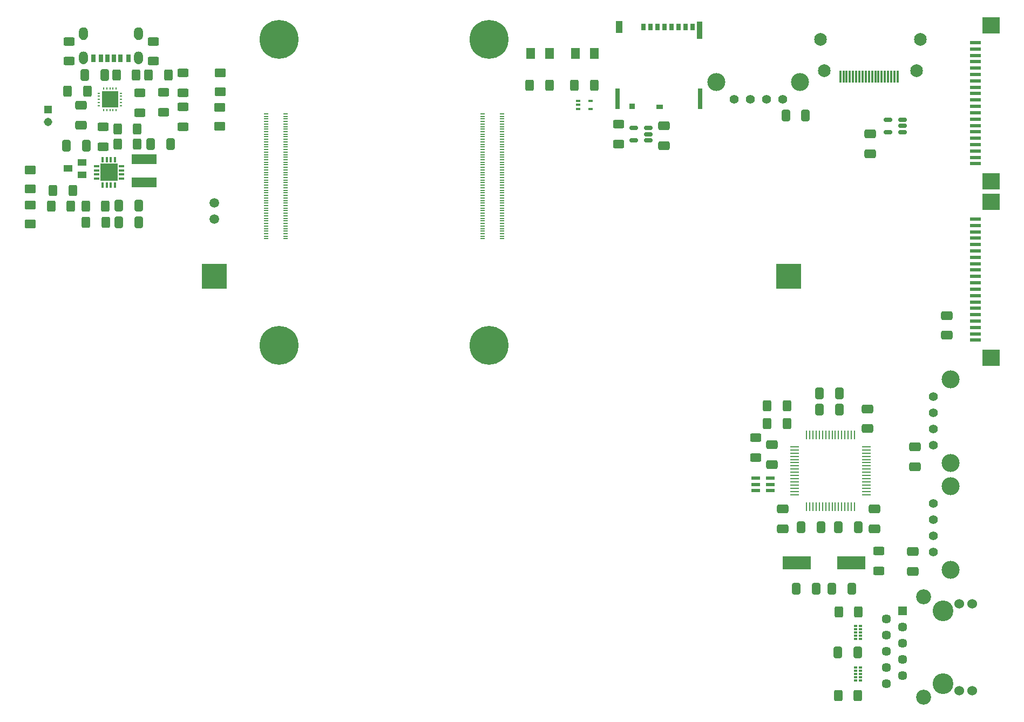
<source format=gbr>
%TF.GenerationSoftware,KiCad,Pcbnew,(5.99.0-10613-g4d227d2d2b)*%
%TF.CreationDate,2022-01-31T15:59:13-07:00*%
%TF.ProjectId,lathrum_thesis,6c617468-7275-46d5-9f74-68657369732e,v2*%
%TF.SameCoordinates,Original*%
%TF.FileFunction,Soldermask,Top*%
%TF.FilePolarity,Negative*%
%FSLAX46Y46*%
G04 Gerber Fmt 4.6, Leading zero omitted, Abs format (unit mm)*
G04 Created by KiCad (PCBNEW (5.99.0-10613-g4d227d2d2b)) date 2022-01-31 15:59:13*
%MOMM*%
%LPD*%
G01*
G04 APERTURE LIST*
G04 Aperture macros list*
%AMRoundRect*
0 Rectangle with rounded corners*
0 $1 Rounding radius*
0 $2 $3 $4 $5 $6 $7 $8 $9 X,Y pos of 4 corners*
0 Add a 4 corners polygon primitive as box body*
4,1,4,$2,$3,$4,$5,$6,$7,$8,$9,$2,$3,0*
0 Add four circle primitives for the rounded corners*
1,1,$1+$1,$2,$3*
1,1,$1+$1,$4,$5*
1,1,$1+$1,$6,$7*
1,1,$1+$1,$8,$9*
0 Add four rect primitives between the rounded corners*
20,1,$1+$1,$2,$3,$4,$5,0*
20,1,$1+$1,$4,$5,$6,$7,0*
20,1,$1+$1,$6,$7,$8,$9,0*
20,1,$1+$1,$8,$9,$2,$3,0*%
G04 Aperture macros list end*
%ADD10C,0.010000*%
%ADD11RoundRect,0.250000X-0.412500X-0.650000X0.412500X-0.650000X0.412500X0.650000X-0.412500X0.650000X0*%
%ADD12RoundRect,0.250000X-0.400000X-0.625000X0.400000X-0.625000X0.400000X0.625000X-0.400000X0.625000X0*%
%ADD13RoundRect,0.250001X0.624999X-0.462499X0.624999X0.462499X-0.624999X0.462499X-0.624999X-0.462499X0*%
%ADD14RoundRect,0.250000X0.650000X-0.412500X0.650000X0.412500X-0.650000X0.412500X-0.650000X-0.412500X0*%
%ADD15RoundRect,0.250001X-0.462499X-0.624999X0.462499X-0.624999X0.462499X0.624999X-0.462499X0.624999X0*%
%ADD16RoundRect,0.250000X0.400000X0.625000X-0.400000X0.625000X-0.400000X-0.625000X0.400000X-0.625000X0*%
%ADD17R,0.700000X1.200000*%
%ADD18R,0.760000X1.200000*%
%ADD19R,0.800000X1.200000*%
%ADD20R,1.473200X0.279400*%
%ADD21R,0.279400X1.473200*%
%ADD22R,0.650000X0.400000*%
%ADD23RoundRect,0.250000X0.625000X-0.400000X0.625000X0.400000X-0.625000X0.400000X-0.625000X-0.400000X0*%
%ADD24R,1.446000X1.446000*%
%ADD25C,1.446000*%
%ADD26C,1.530000*%
%ADD27C,2.355000*%
%ADD28C,3.250000*%
%ADD29RoundRect,0.250000X-0.625000X0.400000X-0.625000X-0.400000X0.625000X-0.400000X0.625000X0.400000X0*%
%ADD30R,4.500000X2.000000*%
%ADD31R,1.700000X0.600000*%
%ADD32R,2.800000X2.500000*%
%ADD33C,1.422400*%
%ADD34C,2.819400*%
%ADD35R,1.400000X1.000000*%
%ADD36C,6.100000*%
%ADD37R,0.700000X0.200000*%
%ADD38RoundRect,0.250000X-0.650000X0.412500X-0.650000X-0.412500X0.650000X-0.412500X0.650000X0.412500X0*%
%ADD39R,0.550000X0.300000*%
%ADD40R,0.550000X0.400000*%
%ADD41C,1.498600*%
%ADD42RoundRect,0.250000X0.412500X0.650000X-0.412500X0.650000X-0.412500X-0.650000X0.412500X-0.650000X0*%
%ADD43R,4.000000X4.000000*%
%ADD44RoundRect,0.250001X-0.624999X0.462499X-0.624999X-0.462499X0.624999X-0.462499X0.624999X0.462499X0*%
%ADD45R,0.340000X0.810000*%
%ADD46R,0.810000X0.340000*%
%ADD47R,2.700000X2.700000*%
%ADD48R,1.308000X1.308000*%
%ADD49C,1.308000*%
%ADD50RoundRect,0.250001X0.462499X0.624999X-0.462499X0.624999X-0.462499X-0.624999X0.462499X-0.624999X0*%
%ADD51RoundRect,0.150000X0.512500X0.150000X-0.512500X0.150000X-0.512500X-0.150000X0.512500X-0.150000X0*%
%ADD52R,0.250000X0.400000*%
%ADD53R,0.400000X0.250000*%
%ADD54R,2.600000X2.600000*%
%ADD55RoundRect,0.041300X-0.618700X-0.253700X0.618700X-0.253700X0.618700X0.253700X-0.618700X0.253700X0*%
%ADD56R,0.300000X1.900000*%
%ADD57C,1.995000*%
%ADD58R,0.700000X1.100000*%
%ADD59R,0.900000X0.930000*%
%ADD60R,1.050000X0.780000*%
%ADD61R,0.700000X3.330000*%
%ADD62R,0.860000X2.800000*%
%ADD63R,1.140000X1.830000*%
%ADD64R,3.987800X1.498600*%
G04 APERTURE END LIST*
D10*
%TO.C,J1*%
X39241000Y-24029000D02*
X39275018Y-24028109D01*
X39275018Y-24028109D02*
X39308944Y-24025439D01*
X39308944Y-24025439D02*
X39342682Y-24020997D01*
X39342682Y-24020997D02*
X39376143Y-24014796D01*
X39376143Y-24014796D02*
X39409232Y-24006852D01*
X39409232Y-24006852D02*
X39441861Y-23997187D01*
X39441861Y-23997187D02*
X39473939Y-23985827D01*
X39473939Y-23985827D02*
X39505379Y-23972805D01*
X39505379Y-23972805D02*
X39536094Y-23958154D01*
X39536094Y-23958154D02*
X39566000Y-23941917D01*
X39566000Y-23941917D02*
X39595015Y-23924136D01*
X39595015Y-23924136D02*
X39623060Y-23904861D01*
X39623060Y-23904861D02*
X39650058Y-23884145D01*
X39650058Y-23884145D02*
X39675935Y-23862044D01*
X39675935Y-23862044D02*
X39700619Y-23838619D01*
X39700619Y-23838619D02*
X39724044Y-23813935D01*
X39724044Y-23813935D02*
X39746145Y-23788058D01*
X39746145Y-23788058D02*
X39766861Y-23761060D01*
X39766861Y-23761060D02*
X39786136Y-23733015D01*
X39786136Y-23733015D02*
X39803917Y-23704000D01*
X39803917Y-23704000D02*
X39820154Y-23674094D01*
X39820154Y-23674094D02*
X39834805Y-23643379D01*
X39834805Y-23643379D02*
X39847827Y-23611939D01*
X39847827Y-23611939D02*
X39859187Y-23579861D01*
X39859187Y-23579861D02*
X39868852Y-23547232D01*
X39868852Y-23547232D02*
X39876796Y-23514143D01*
X39876796Y-23514143D02*
X39882997Y-23480682D01*
X39882997Y-23480682D02*
X39887439Y-23446944D01*
X39887439Y-23446944D02*
X39890109Y-23413018D01*
X39890109Y-23413018D02*
X39891000Y-23379000D01*
X39891000Y-23379000D02*
X39891000Y-22779000D01*
X39891000Y-22779000D02*
X39890109Y-22744982D01*
X39890109Y-22744982D02*
X39887439Y-22711056D01*
X39887439Y-22711056D02*
X39882997Y-22677318D01*
X39882997Y-22677318D02*
X39876796Y-22643857D01*
X39876796Y-22643857D02*
X39868852Y-22610768D01*
X39868852Y-22610768D02*
X39859187Y-22578139D01*
X39859187Y-22578139D02*
X39847827Y-22546061D01*
X39847827Y-22546061D02*
X39834805Y-22514621D01*
X39834805Y-22514621D02*
X39820154Y-22483906D01*
X39820154Y-22483906D02*
X39803917Y-22454000D01*
X39803917Y-22454000D02*
X39786136Y-22424985D01*
X39786136Y-22424985D02*
X39766861Y-22396940D01*
X39766861Y-22396940D02*
X39746145Y-22369942D01*
X39746145Y-22369942D02*
X39724044Y-22344065D01*
X39724044Y-22344065D02*
X39700619Y-22319381D01*
X39700619Y-22319381D02*
X39675935Y-22295956D01*
X39675935Y-22295956D02*
X39650058Y-22273855D01*
X39650058Y-22273855D02*
X39623060Y-22253139D01*
X39623060Y-22253139D02*
X39595015Y-22233864D01*
X39595015Y-22233864D02*
X39566000Y-22216083D01*
X39566000Y-22216083D02*
X39536094Y-22199846D01*
X39536094Y-22199846D02*
X39505379Y-22185195D01*
X39505379Y-22185195D02*
X39473939Y-22172173D01*
X39473939Y-22172173D02*
X39441861Y-22160813D01*
X39441861Y-22160813D02*
X39409232Y-22151148D01*
X39409232Y-22151148D02*
X39376143Y-22143204D01*
X39376143Y-22143204D02*
X39342682Y-22137003D01*
X39342682Y-22137003D02*
X39308944Y-22132561D01*
X39308944Y-22132561D02*
X39275018Y-22129891D01*
X39275018Y-22129891D02*
X39241000Y-22129000D01*
X39241000Y-22129000D02*
X39206982Y-22129891D01*
X39206982Y-22129891D02*
X39173056Y-22132561D01*
X39173056Y-22132561D02*
X39139318Y-22137003D01*
X39139318Y-22137003D02*
X39105857Y-22143204D01*
X39105857Y-22143204D02*
X39072768Y-22151148D01*
X39072768Y-22151148D02*
X39040139Y-22160813D01*
X39040139Y-22160813D02*
X39008061Y-22172173D01*
X39008061Y-22172173D02*
X38976621Y-22185195D01*
X38976621Y-22185195D02*
X38945906Y-22199846D01*
X38945906Y-22199846D02*
X38916000Y-22216083D01*
X38916000Y-22216083D02*
X38886985Y-22233864D01*
X38886985Y-22233864D02*
X38858940Y-22253139D01*
X38858940Y-22253139D02*
X38831942Y-22273855D01*
X38831942Y-22273855D02*
X38806065Y-22295956D01*
X38806065Y-22295956D02*
X38781381Y-22319381D01*
X38781381Y-22319381D02*
X38757956Y-22344065D01*
X38757956Y-22344065D02*
X38735855Y-22369942D01*
X38735855Y-22369942D02*
X38715139Y-22396940D01*
X38715139Y-22396940D02*
X38695864Y-22424985D01*
X38695864Y-22424985D02*
X38678083Y-22454000D01*
X38678083Y-22454000D02*
X38661846Y-22483906D01*
X38661846Y-22483906D02*
X38647195Y-22514621D01*
X38647195Y-22514621D02*
X38634173Y-22546061D01*
X38634173Y-22546061D02*
X38622813Y-22578139D01*
X38622813Y-22578139D02*
X38613148Y-22610768D01*
X38613148Y-22610768D02*
X38605204Y-22643857D01*
X38605204Y-22643857D02*
X38599003Y-22677318D01*
X38599003Y-22677318D02*
X38594561Y-22711056D01*
X38594561Y-22711056D02*
X38591891Y-22744982D01*
X38591891Y-22744982D02*
X38591000Y-22779000D01*
X38591000Y-22779000D02*
X38591000Y-23379000D01*
X38591000Y-23379000D02*
X38591891Y-23413018D01*
X38591891Y-23413018D02*
X38594561Y-23446944D01*
X38594561Y-23446944D02*
X38599003Y-23480682D01*
X38599003Y-23480682D02*
X38605204Y-23514143D01*
X38605204Y-23514143D02*
X38613148Y-23547232D01*
X38613148Y-23547232D02*
X38622813Y-23579861D01*
X38622813Y-23579861D02*
X38634173Y-23611939D01*
X38634173Y-23611939D02*
X38647195Y-23643379D01*
X38647195Y-23643379D02*
X38661846Y-23674094D01*
X38661846Y-23674094D02*
X38678083Y-23704000D01*
X38678083Y-23704000D02*
X38695864Y-23733015D01*
X38695864Y-23733015D02*
X38715139Y-23761060D01*
X38715139Y-23761060D02*
X38735855Y-23788058D01*
X38735855Y-23788058D02*
X38757956Y-23813935D01*
X38757956Y-23813935D02*
X38781381Y-23838619D01*
X38781381Y-23838619D02*
X38806065Y-23862044D01*
X38806065Y-23862044D02*
X38831942Y-23884145D01*
X38831942Y-23884145D02*
X38858940Y-23904861D01*
X38858940Y-23904861D02*
X38886985Y-23924136D01*
X38886985Y-23924136D02*
X38916000Y-23941917D01*
X38916000Y-23941917D02*
X38945906Y-23958154D01*
X38945906Y-23958154D02*
X38976621Y-23972805D01*
X38976621Y-23972805D02*
X39008061Y-23985827D01*
X39008061Y-23985827D02*
X39040139Y-23997187D01*
X39040139Y-23997187D02*
X39072768Y-24006852D01*
X39072768Y-24006852D02*
X39105857Y-24014796D01*
X39105857Y-24014796D02*
X39139318Y-24020997D01*
X39139318Y-24020997D02*
X39173056Y-24025439D01*
X39173056Y-24025439D02*
X39206982Y-24028109D01*
X39206982Y-24028109D02*
X39241000Y-24029000D01*
X39241000Y-24029000D02*
X39241000Y-24029000D01*
G36*
X39275018Y-22129891D02*
G01*
X39308944Y-22132561D01*
X39342682Y-22137003D01*
X39376143Y-22143204D01*
X39409232Y-22151148D01*
X39441861Y-22160813D01*
X39473939Y-22172173D01*
X39505379Y-22185195D01*
X39536094Y-22199846D01*
X39566000Y-22216083D01*
X39595015Y-22233864D01*
X39623060Y-22253139D01*
X39650058Y-22273855D01*
X39675935Y-22295956D01*
X39700619Y-22319381D01*
X39724044Y-22344065D01*
X39746145Y-22369942D01*
X39766861Y-22396940D01*
X39786136Y-22424985D01*
X39803917Y-22454000D01*
X39820154Y-22483906D01*
X39834805Y-22514621D01*
X39847827Y-22546061D01*
X39859187Y-22578139D01*
X39868852Y-22610768D01*
X39876796Y-22643857D01*
X39882997Y-22677318D01*
X39887439Y-22711056D01*
X39890109Y-22744982D01*
X39891000Y-22779000D01*
X39891000Y-23379000D01*
X39890109Y-23413018D01*
X39887439Y-23446944D01*
X39882997Y-23480682D01*
X39876796Y-23514143D01*
X39868852Y-23547232D01*
X39859187Y-23579861D01*
X39847827Y-23611939D01*
X39834805Y-23643379D01*
X39820154Y-23674094D01*
X39803917Y-23704000D01*
X39786136Y-23733015D01*
X39766861Y-23761060D01*
X39746145Y-23788058D01*
X39724044Y-23813935D01*
X39700619Y-23838619D01*
X39675935Y-23862044D01*
X39650058Y-23884145D01*
X39623060Y-23904861D01*
X39595015Y-23924136D01*
X39566000Y-23941917D01*
X39536094Y-23958154D01*
X39505379Y-23972805D01*
X39473939Y-23985827D01*
X39441861Y-23997187D01*
X39409232Y-24006852D01*
X39376143Y-24014796D01*
X39342682Y-24020997D01*
X39308944Y-24025439D01*
X39275018Y-24028109D01*
X39241000Y-24029000D01*
X39206982Y-24028109D01*
X39173056Y-24025439D01*
X39139318Y-24020997D01*
X39105857Y-24014796D01*
X39072768Y-24006852D01*
X39040139Y-23997187D01*
X39008061Y-23985827D01*
X38976621Y-23972805D01*
X38945906Y-23958154D01*
X38916000Y-23941917D01*
X38886985Y-23924136D01*
X38858940Y-23904861D01*
X38831942Y-23884145D01*
X38806065Y-23862044D01*
X38781381Y-23838619D01*
X38757956Y-23813935D01*
X38735855Y-23788058D01*
X38715139Y-23761060D01*
X38695864Y-23733015D01*
X38678083Y-23704000D01*
X38661846Y-23674094D01*
X38647195Y-23643379D01*
X38634173Y-23611939D01*
X38622813Y-23579861D01*
X38613148Y-23547232D01*
X38605204Y-23514143D01*
X38599003Y-23480682D01*
X38594561Y-23446944D01*
X38591891Y-23413018D01*
X38591000Y-23379000D01*
X38591000Y-22779000D01*
X38591891Y-22744982D01*
X38594561Y-22711056D01*
X38599003Y-22677318D01*
X38605204Y-22643857D01*
X38613148Y-22610768D01*
X38622813Y-22578139D01*
X38634173Y-22546061D01*
X38647195Y-22514621D01*
X38661846Y-22483906D01*
X38678083Y-22454000D01*
X38695864Y-22424985D01*
X38715139Y-22396940D01*
X38735855Y-22369942D01*
X38757956Y-22344065D01*
X38781381Y-22319381D01*
X38806065Y-22295956D01*
X38831942Y-22273855D01*
X38858940Y-22253139D01*
X38886985Y-22233864D01*
X38916000Y-22216083D01*
X38945906Y-22199846D01*
X38976621Y-22185195D01*
X39008061Y-22172173D01*
X39040139Y-22160813D01*
X39072768Y-22151148D01*
X39105857Y-22143204D01*
X39139318Y-22137003D01*
X39173056Y-22132561D01*
X39206982Y-22129891D01*
X39241000Y-22129000D01*
X39275018Y-22129891D01*
G37*
X39275018Y-22129891D02*
X39308944Y-22132561D01*
X39342682Y-22137003D01*
X39376143Y-22143204D01*
X39409232Y-22151148D01*
X39441861Y-22160813D01*
X39473939Y-22172173D01*
X39505379Y-22185195D01*
X39536094Y-22199846D01*
X39566000Y-22216083D01*
X39595015Y-22233864D01*
X39623060Y-22253139D01*
X39650058Y-22273855D01*
X39675935Y-22295956D01*
X39700619Y-22319381D01*
X39724044Y-22344065D01*
X39746145Y-22369942D01*
X39766861Y-22396940D01*
X39786136Y-22424985D01*
X39803917Y-22454000D01*
X39820154Y-22483906D01*
X39834805Y-22514621D01*
X39847827Y-22546061D01*
X39859187Y-22578139D01*
X39868852Y-22610768D01*
X39876796Y-22643857D01*
X39882997Y-22677318D01*
X39887439Y-22711056D01*
X39890109Y-22744982D01*
X39891000Y-22779000D01*
X39891000Y-23379000D01*
X39890109Y-23413018D01*
X39887439Y-23446944D01*
X39882997Y-23480682D01*
X39876796Y-23514143D01*
X39868852Y-23547232D01*
X39859187Y-23579861D01*
X39847827Y-23611939D01*
X39834805Y-23643379D01*
X39820154Y-23674094D01*
X39803917Y-23704000D01*
X39786136Y-23733015D01*
X39766861Y-23761060D01*
X39746145Y-23788058D01*
X39724044Y-23813935D01*
X39700619Y-23838619D01*
X39675935Y-23862044D01*
X39650058Y-23884145D01*
X39623060Y-23904861D01*
X39595015Y-23924136D01*
X39566000Y-23941917D01*
X39536094Y-23958154D01*
X39505379Y-23972805D01*
X39473939Y-23985827D01*
X39441861Y-23997187D01*
X39409232Y-24006852D01*
X39376143Y-24014796D01*
X39342682Y-24020997D01*
X39308944Y-24025439D01*
X39275018Y-24028109D01*
X39241000Y-24029000D01*
X39206982Y-24028109D01*
X39173056Y-24025439D01*
X39139318Y-24020997D01*
X39105857Y-24014796D01*
X39072768Y-24006852D01*
X39040139Y-23997187D01*
X39008061Y-23985827D01*
X38976621Y-23972805D01*
X38945906Y-23958154D01*
X38916000Y-23941917D01*
X38886985Y-23924136D01*
X38858940Y-23904861D01*
X38831942Y-23884145D01*
X38806065Y-23862044D01*
X38781381Y-23838619D01*
X38757956Y-23813935D01*
X38735855Y-23788058D01*
X38715139Y-23761060D01*
X38695864Y-23733015D01*
X38678083Y-23704000D01*
X38661846Y-23674094D01*
X38647195Y-23643379D01*
X38634173Y-23611939D01*
X38622813Y-23579861D01*
X38613148Y-23547232D01*
X38605204Y-23514143D01*
X38599003Y-23480682D01*
X38594561Y-23446944D01*
X38591891Y-23413018D01*
X38591000Y-23379000D01*
X38591000Y-22779000D01*
X38591891Y-22744982D01*
X38594561Y-22711056D01*
X38599003Y-22677318D01*
X38605204Y-22643857D01*
X38613148Y-22610768D01*
X38622813Y-22578139D01*
X38634173Y-22546061D01*
X38647195Y-22514621D01*
X38661846Y-22483906D01*
X38678083Y-22454000D01*
X38695864Y-22424985D01*
X38715139Y-22396940D01*
X38735855Y-22369942D01*
X38757956Y-22344065D01*
X38781381Y-22319381D01*
X38806065Y-22295956D01*
X38831942Y-22273855D01*
X38858940Y-22253139D01*
X38886985Y-22233864D01*
X38916000Y-22216083D01*
X38945906Y-22199846D01*
X38976621Y-22185195D01*
X39008061Y-22172173D01*
X39040139Y-22160813D01*
X39072768Y-22151148D01*
X39105857Y-22143204D01*
X39139318Y-22137003D01*
X39173056Y-22132561D01*
X39206982Y-22129891D01*
X39241000Y-22129000D01*
X39275018Y-22129891D01*
X39241000Y-27829000D02*
X39275018Y-27828109D01*
X39275018Y-27828109D02*
X39308944Y-27825439D01*
X39308944Y-27825439D02*
X39342682Y-27820997D01*
X39342682Y-27820997D02*
X39376143Y-27814796D01*
X39376143Y-27814796D02*
X39409232Y-27806852D01*
X39409232Y-27806852D02*
X39441861Y-27797187D01*
X39441861Y-27797187D02*
X39473939Y-27785827D01*
X39473939Y-27785827D02*
X39505379Y-27772805D01*
X39505379Y-27772805D02*
X39536094Y-27758154D01*
X39536094Y-27758154D02*
X39566000Y-27741917D01*
X39566000Y-27741917D02*
X39595015Y-27724136D01*
X39595015Y-27724136D02*
X39623060Y-27704861D01*
X39623060Y-27704861D02*
X39650058Y-27684145D01*
X39650058Y-27684145D02*
X39675935Y-27662044D01*
X39675935Y-27662044D02*
X39700619Y-27638619D01*
X39700619Y-27638619D02*
X39724044Y-27613935D01*
X39724044Y-27613935D02*
X39746145Y-27588058D01*
X39746145Y-27588058D02*
X39766861Y-27561060D01*
X39766861Y-27561060D02*
X39786136Y-27533015D01*
X39786136Y-27533015D02*
X39803917Y-27504000D01*
X39803917Y-27504000D02*
X39820154Y-27474094D01*
X39820154Y-27474094D02*
X39834805Y-27443379D01*
X39834805Y-27443379D02*
X39847827Y-27411939D01*
X39847827Y-27411939D02*
X39859187Y-27379861D01*
X39859187Y-27379861D02*
X39868852Y-27347232D01*
X39868852Y-27347232D02*
X39876796Y-27314143D01*
X39876796Y-27314143D02*
X39882997Y-27280682D01*
X39882997Y-27280682D02*
X39887439Y-27246944D01*
X39887439Y-27246944D02*
X39890109Y-27213018D01*
X39890109Y-27213018D02*
X39891000Y-27179000D01*
X39891000Y-27179000D02*
X39891000Y-26579000D01*
X39891000Y-26579000D02*
X39890109Y-26544982D01*
X39890109Y-26544982D02*
X39887439Y-26511056D01*
X39887439Y-26511056D02*
X39882997Y-26477318D01*
X39882997Y-26477318D02*
X39876796Y-26443857D01*
X39876796Y-26443857D02*
X39868852Y-26410768D01*
X39868852Y-26410768D02*
X39859187Y-26378139D01*
X39859187Y-26378139D02*
X39847827Y-26346061D01*
X39847827Y-26346061D02*
X39834805Y-26314621D01*
X39834805Y-26314621D02*
X39820154Y-26283906D01*
X39820154Y-26283906D02*
X39803917Y-26254000D01*
X39803917Y-26254000D02*
X39786136Y-26224985D01*
X39786136Y-26224985D02*
X39766861Y-26196940D01*
X39766861Y-26196940D02*
X39746145Y-26169942D01*
X39746145Y-26169942D02*
X39724044Y-26144065D01*
X39724044Y-26144065D02*
X39700619Y-26119381D01*
X39700619Y-26119381D02*
X39675935Y-26095956D01*
X39675935Y-26095956D02*
X39650058Y-26073855D01*
X39650058Y-26073855D02*
X39623060Y-26053139D01*
X39623060Y-26053139D02*
X39595015Y-26033864D01*
X39595015Y-26033864D02*
X39566000Y-26016083D01*
X39566000Y-26016083D02*
X39536094Y-25999846D01*
X39536094Y-25999846D02*
X39505379Y-25985195D01*
X39505379Y-25985195D02*
X39473939Y-25972173D01*
X39473939Y-25972173D02*
X39441861Y-25960813D01*
X39441861Y-25960813D02*
X39409232Y-25951148D01*
X39409232Y-25951148D02*
X39376143Y-25943204D01*
X39376143Y-25943204D02*
X39342682Y-25937003D01*
X39342682Y-25937003D02*
X39308944Y-25932561D01*
X39308944Y-25932561D02*
X39275018Y-25929891D01*
X39275018Y-25929891D02*
X39241000Y-25929000D01*
X39241000Y-25929000D02*
X39206982Y-25929891D01*
X39206982Y-25929891D02*
X39173056Y-25932561D01*
X39173056Y-25932561D02*
X39139318Y-25937003D01*
X39139318Y-25937003D02*
X39105857Y-25943204D01*
X39105857Y-25943204D02*
X39072768Y-25951148D01*
X39072768Y-25951148D02*
X39040139Y-25960813D01*
X39040139Y-25960813D02*
X39008061Y-25972173D01*
X39008061Y-25972173D02*
X38976621Y-25985195D01*
X38976621Y-25985195D02*
X38945906Y-25999846D01*
X38945906Y-25999846D02*
X38916000Y-26016083D01*
X38916000Y-26016083D02*
X38886985Y-26033864D01*
X38886985Y-26033864D02*
X38858940Y-26053139D01*
X38858940Y-26053139D02*
X38831942Y-26073855D01*
X38831942Y-26073855D02*
X38806065Y-26095956D01*
X38806065Y-26095956D02*
X38781381Y-26119381D01*
X38781381Y-26119381D02*
X38757956Y-26144065D01*
X38757956Y-26144065D02*
X38735855Y-26169942D01*
X38735855Y-26169942D02*
X38715139Y-26196940D01*
X38715139Y-26196940D02*
X38695864Y-26224985D01*
X38695864Y-26224985D02*
X38678083Y-26254000D01*
X38678083Y-26254000D02*
X38661846Y-26283906D01*
X38661846Y-26283906D02*
X38647195Y-26314621D01*
X38647195Y-26314621D02*
X38634173Y-26346061D01*
X38634173Y-26346061D02*
X38622813Y-26378139D01*
X38622813Y-26378139D02*
X38613148Y-26410768D01*
X38613148Y-26410768D02*
X38605204Y-26443857D01*
X38605204Y-26443857D02*
X38599003Y-26477318D01*
X38599003Y-26477318D02*
X38594561Y-26511056D01*
X38594561Y-26511056D02*
X38591891Y-26544982D01*
X38591891Y-26544982D02*
X38591000Y-26579000D01*
X38591000Y-26579000D02*
X38591000Y-27179000D01*
X38591000Y-27179000D02*
X38591891Y-27213018D01*
X38591891Y-27213018D02*
X38594561Y-27246944D01*
X38594561Y-27246944D02*
X38599003Y-27280682D01*
X38599003Y-27280682D02*
X38605204Y-27314143D01*
X38605204Y-27314143D02*
X38613148Y-27347232D01*
X38613148Y-27347232D02*
X38622813Y-27379861D01*
X38622813Y-27379861D02*
X38634173Y-27411939D01*
X38634173Y-27411939D02*
X38647195Y-27443379D01*
X38647195Y-27443379D02*
X38661846Y-27474094D01*
X38661846Y-27474094D02*
X38678083Y-27504000D01*
X38678083Y-27504000D02*
X38695864Y-27533015D01*
X38695864Y-27533015D02*
X38715139Y-27561060D01*
X38715139Y-27561060D02*
X38735855Y-27588058D01*
X38735855Y-27588058D02*
X38757956Y-27613935D01*
X38757956Y-27613935D02*
X38781381Y-27638619D01*
X38781381Y-27638619D02*
X38806065Y-27662044D01*
X38806065Y-27662044D02*
X38831942Y-27684145D01*
X38831942Y-27684145D02*
X38858940Y-27704861D01*
X38858940Y-27704861D02*
X38886985Y-27724136D01*
X38886985Y-27724136D02*
X38916000Y-27741917D01*
X38916000Y-27741917D02*
X38945906Y-27758154D01*
X38945906Y-27758154D02*
X38976621Y-27772805D01*
X38976621Y-27772805D02*
X39008061Y-27785827D01*
X39008061Y-27785827D02*
X39040139Y-27797187D01*
X39040139Y-27797187D02*
X39072768Y-27806852D01*
X39072768Y-27806852D02*
X39105857Y-27814796D01*
X39105857Y-27814796D02*
X39139318Y-27820997D01*
X39139318Y-27820997D02*
X39173056Y-27825439D01*
X39173056Y-27825439D02*
X39206982Y-27828109D01*
X39206982Y-27828109D02*
X39241000Y-27829000D01*
X39241000Y-27829000D02*
X39241000Y-27829000D01*
G36*
X39275018Y-25929891D02*
G01*
X39308944Y-25932561D01*
X39342682Y-25937003D01*
X39376143Y-25943204D01*
X39409232Y-25951148D01*
X39441861Y-25960813D01*
X39473939Y-25972173D01*
X39505379Y-25985195D01*
X39536094Y-25999846D01*
X39566000Y-26016083D01*
X39595015Y-26033864D01*
X39623060Y-26053139D01*
X39650058Y-26073855D01*
X39675935Y-26095956D01*
X39700619Y-26119381D01*
X39724044Y-26144065D01*
X39746145Y-26169942D01*
X39766861Y-26196940D01*
X39786136Y-26224985D01*
X39803917Y-26254000D01*
X39820154Y-26283906D01*
X39834805Y-26314621D01*
X39847827Y-26346061D01*
X39859187Y-26378139D01*
X39868852Y-26410768D01*
X39876796Y-26443857D01*
X39882997Y-26477318D01*
X39887439Y-26511056D01*
X39890109Y-26544982D01*
X39891000Y-26579000D01*
X39891000Y-27179000D01*
X39890109Y-27213018D01*
X39887439Y-27246944D01*
X39882997Y-27280682D01*
X39876796Y-27314143D01*
X39868852Y-27347232D01*
X39859187Y-27379861D01*
X39847827Y-27411939D01*
X39834805Y-27443379D01*
X39820154Y-27474094D01*
X39803917Y-27504000D01*
X39786136Y-27533015D01*
X39766861Y-27561060D01*
X39746145Y-27588058D01*
X39724044Y-27613935D01*
X39700619Y-27638619D01*
X39675935Y-27662044D01*
X39650058Y-27684145D01*
X39623060Y-27704861D01*
X39595015Y-27724136D01*
X39566000Y-27741917D01*
X39536094Y-27758154D01*
X39505379Y-27772805D01*
X39473939Y-27785827D01*
X39441861Y-27797187D01*
X39409232Y-27806852D01*
X39376143Y-27814796D01*
X39342682Y-27820997D01*
X39308944Y-27825439D01*
X39275018Y-27828109D01*
X39241000Y-27829000D01*
X39206982Y-27828109D01*
X39173056Y-27825439D01*
X39139318Y-27820997D01*
X39105857Y-27814796D01*
X39072768Y-27806852D01*
X39040139Y-27797187D01*
X39008061Y-27785827D01*
X38976621Y-27772805D01*
X38945906Y-27758154D01*
X38916000Y-27741917D01*
X38886985Y-27724136D01*
X38858940Y-27704861D01*
X38831942Y-27684145D01*
X38806065Y-27662044D01*
X38781381Y-27638619D01*
X38757956Y-27613935D01*
X38735855Y-27588058D01*
X38715139Y-27561060D01*
X38695864Y-27533015D01*
X38678083Y-27504000D01*
X38661846Y-27474094D01*
X38647195Y-27443379D01*
X38634173Y-27411939D01*
X38622813Y-27379861D01*
X38613148Y-27347232D01*
X38605204Y-27314143D01*
X38599003Y-27280682D01*
X38594561Y-27246944D01*
X38591891Y-27213018D01*
X38591000Y-27179000D01*
X38591000Y-26579000D01*
X38591891Y-26544982D01*
X38594561Y-26511056D01*
X38599003Y-26477318D01*
X38605204Y-26443857D01*
X38613148Y-26410768D01*
X38622813Y-26378139D01*
X38634173Y-26346061D01*
X38647195Y-26314621D01*
X38661846Y-26283906D01*
X38678083Y-26254000D01*
X38695864Y-26224985D01*
X38715139Y-26196940D01*
X38735855Y-26169942D01*
X38757956Y-26144065D01*
X38781381Y-26119381D01*
X38806065Y-26095956D01*
X38831942Y-26073855D01*
X38858940Y-26053139D01*
X38886985Y-26033864D01*
X38916000Y-26016083D01*
X38945906Y-25999846D01*
X38976621Y-25985195D01*
X39008061Y-25972173D01*
X39040139Y-25960813D01*
X39072768Y-25951148D01*
X39105857Y-25943204D01*
X39139318Y-25937003D01*
X39173056Y-25932561D01*
X39206982Y-25929891D01*
X39241000Y-25929000D01*
X39275018Y-25929891D01*
G37*
X39275018Y-25929891D02*
X39308944Y-25932561D01*
X39342682Y-25937003D01*
X39376143Y-25943204D01*
X39409232Y-25951148D01*
X39441861Y-25960813D01*
X39473939Y-25972173D01*
X39505379Y-25985195D01*
X39536094Y-25999846D01*
X39566000Y-26016083D01*
X39595015Y-26033864D01*
X39623060Y-26053139D01*
X39650058Y-26073855D01*
X39675935Y-26095956D01*
X39700619Y-26119381D01*
X39724044Y-26144065D01*
X39746145Y-26169942D01*
X39766861Y-26196940D01*
X39786136Y-26224985D01*
X39803917Y-26254000D01*
X39820154Y-26283906D01*
X39834805Y-26314621D01*
X39847827Y-26346061D01*
X39859187Y-26378139D01*
X39868852Y-26410768D01*
X39876796Y-26443857D01*
X39882997Y-26477318D01*
X39887439Y-26511056D01*
X39890109Y-26544982D01*
X39891000Y-26579000D01*
X39891000Y-27179000D01*
X39890109Y-27213018D01*
X39887439Y-27246944D01*
X39882997Y-27280682D01*
X39876796Y-27314143D01*
X39868852Y-27347232D01*
X39859187Y-27379861D01*
X39847827Y-27411939D01*
X39834805Y-27443379D01*
X39820154Y-27474094D01*
X39803917Y-27504000D01*
X39786136Y-27533015D01*
X39766861Y-27561060D01*
X39746145Y-27588058D01*
X39724044Y-27613935D01*
X39700619Y-27638619D01*
X39675935Y-27662044D01*
X39650058Y-27684145D01*
X39623060Y-27704861D01*
X39595015Y-27724136D01*
X39566000Y-27741917D01*
X39536094Y-27758154D01*
X39505379Y-27772805D01*
X39473939Y-27785827D01*
X39441861Y-27797187D01*
X39409232Y-27806852D01*
X39376143Y-27814796D01*
X39342682Y-27820997D01*
X39308944Y-27825439D01*
X39275018Y-27828109D01*
X39241000Y-27829000D01*
X39206982Y-27828109D01*
X39173056Y-27825439D01*
X39139318Y-27820997D01*
X39105857Y-27814796D01*
X39072768Y-27806852D01*
X39040139Y-27797187D01*
X39008061Y-27785827D01*
X38976621Y-27772805D01*
X38945906Y-27758154D01*
X38916000Y-27741917D01*
X38886985Y-27724136D01*
X38858940Y-27704861D01*
X38831942Y-27684145D01*
X38806065Y-27662044D01*
X38781381Y-27638619D01*
X38757956Y-27613935D01*
X38735855Y-27588058D01*
X38715139Y-27561060D01*
X38695864Y-27533015D01*
X38678083Y-27504000D01*
X38661846Y-27474094D01*
X38647195Y-27443379D01*
X38634173Y-27411939D01*
X38622813Y-27379861D01*
X38613148Y-27347232D01*
X38605204Y-27314143D01*
X38599003Y-27280682D01*
X38594561Y-27246944D01*
X38591891Y-27213018D01*
X38591000Y-27179000D01*
X38591000Y-26579000D01*
X38591891Y-26544982D01*
X38594561Y-26511056D01*
X38599003Y-26477318D01*
X38605204Y-26443857D01*
X38613148Y-26410768D01*
X38622813Y-26378139D01*
X38634173Y-26346061D01*
X38647195Y-26314621D01*
X38661846Y-26283906D01*
X38678083Y-26254000D01*
X38695864Y-26224985D01*
X38715139Y-26196940D01*
X38735855Y-26169942D01*
X38757956Y-26144065D01*
X38781381Y-26119381D01*
X38806065Y-26095956D01*
X38831942Y-26073855D01*
X38858940Y-26053139D01*
X38886985Y-26033864D01*
X38916000Y-26016083D01*
X38945906Y-25999846D01*
X38976621Y-25985195D01*
X39008061Y-25972173D01*
X39040139Y-25960813D01*
X39072768Y-25951148D01*
X39105857Y-25943204D01*
X39139318Y-25937003D01*
X39173056Y-25932561D01*
X39206982Y-25929891D01*
X39241000Y-25929000D01*
X39275018Y-25929891D01*
X47881000Y-24029000D02*
X47915018Y-24028109D01*
X47915018Y-24028109D02*
X47948944Y-24025439D01*
X47948944Y-24025439D02*
X47982682Y-24020997D01*
X47982682Y-24020997D02*
X48016143Y-24014796D01*
X48016143Y-24014796D02*
X48049232Y-24006852D01*
X48049232Y-24006852D02*
X48081861Y-23997187D01*
X48081861Y-23997187D02*
X48113939Y-23985827D01*
X48113939Y-23985827D02*
X48145379Y-23972805D01*
X48145379Y-23972805D02*
X48176094Y-23958154D01*
X48176094Y-23958154D02*
X48206000Y-23941917D01*
X48206000Y-23941917D02*
X48235015Y-23924136D01*
X48235015Y-23924136D02*
X48263060Y-23904861D01*
X48263060Y-23904861D02*
X48290058Y-23884145D01*
X48290058Y-23884145D02*
X48315935Y-23862044D01*
X48315935Y-23862044D02*
X48340619Y-23838619D01*
X48340619Y-23838619D02*
X48364044Y-23813935D01*
X48364044Y-23813935D02*
X48386145Y-23788058D01*
X48386145Y-23788058D02*
X48406861Y-23761060D01*
X48406861Y-23761060D02*
X48426136Y-23733015D01*
X48426136Y-23733015D02*
X48443917Y-23704000D01*
X48443917Y-23704000D02*
X48460154Y-23674094D01*
X48460154Y-23674094D02*
X48474805Y-23643379D01*
X48474805Y-23643379D02*
X48487827Y-23611939D01*
X48487827Y-23611939D02*
X48499187Y-23579861D01*
X48499187Y-23579861D02*
X48508852Y-23547232D01*
X48508852Y-23547232D02*
X48516796Y-23514143D01*
X48516796Y-23514143D02*
X48522997Y-23480682D01*
X48522997Y-23480682D02*
X48527439Y-23446944D01*
X48527439Y-23446944D02*
X48530109Y-23413018D01*
X48530109Y-23413018D02*
X48531000Y-23379000D01*
X48531000Y-23379000D02*
X48531000Y-22779000D01*
X48531000Y-22779000D02*
X48530109Y-22744982D01*
X48530109Y-22744982D02*
X48527439Y-22711056D01*
X48527439Y-22711056D02*
X48522997Y-22677318D01*
X48522997Y-22677318D02*
X48516796Y-22643857D01*
X48516796Y-22643857D02*
X48508852Y-22610768D01*
X48508852Y-22610768D02*
X48499187Y-22578139D01*
X48499187Y-22578139D02*
X48487827Y-22546061D01*
X48487827Y-22546061D02*
X48474805Y-22514621D01*
X48474805Y-22514621D02*
X48460154Y-22483906D01*
X48460154Y-22483906D02*
X48443917Y-22454000D01*
X48443917Y-22454000D02*
X48426136Y-22424985D01*
X48426136Y-22424985D02*
X48406861Y-22396940D01*
X48406861Y-22396940D02*
X48386145Y-22369942D01*
X48386145Y-22369942D02*
X48364044Y-22344065D01*
X48364044Y-22344065D02*
X48340619Y-22319381D01*
X48340619Y-22319381D02*
X48315935Y-22295956D01*
X48315935Y-22295956D02*
X48290058Y-22273855D01*
X48290058Y-22273855D02*
X48263060Y-22253139D01*
X48263060Y-22253139D02*
X48235015Y-22233864D01*
X48235015Y-22233864D02*
X48206000Y-22216083D01*
X48206000Y-22216083D02*
X48176094Y-22199846D01*
X48176094Y-22199846D02*
X48145379Y-22185195D01*
X48145379Y-22185195D02*
X48113939Y-22172173D01*
X48113939Y-22172173D02*
X48081861Y-22160813D01*
X48081861Y-22160813D02*
X48049232Y-22151148D01*
X48049232Y-22151148D02*
X48016143Y-22143204D01*
X48016143Y-22143204D02*
X47982682Y-22137003D01*
X47982682Y-22137003D02*
X47948944Y-22132561D01*
X47948944Y-22132561D02*
X47915018Y-22129891D01*
X47915018Y-22129891D02*
X47881000Y-22129000D01*
X47881000Y-22129000D02*
X47846982Y-22129891D01*
X47846982Y-22129891D02*
X47813056Y-22132561D01*
X47813056Y-22132561D02*
X47779318Y-22137003D01*
X47779318Y-22137003D02*
X47745857Y-22143204D01*
X47745857Y-22143204D02*
X47712768Y-22151148D01*
X47712768Y-22151148D02*
X47680139Y-22160813D01*
X47680139Y-22160813D02*
X47648061Y-22172173D01*
X47648061Y-22172173D02*
X47616621Y-22185195D01*
X47616621Y-22185195D02*
X47585906Y-22199846D01*
X47585906Y-22199846D02*
X47556000Y-22216083D01*
X47556000Y-22216083D02*
X47526985Y-22233864D01*
X47526985Y-22233864D02*
X47498940Y-22253139D01*
X47498940Y-22253139D02*
X47471942Y-22273855D01*
X47471942Y-22273855D02*
X47446065Y-22295956D01*
X47446065Y-22295956D02*
X47421381Y-22319381D01*
X47421381Y-22319381D02*
X47397956Y-22344065D01*
X47397956Y-22344065D02*
X47375855Y-22369942D01*
X47375855Y-22369942D02*
X47355139Y-22396940D01*
X47355139Y-22396940D02*
X47335864Y-22424985D01*
X47335864Y-22424985D02*
X47318083Y-22454000D01*
X47318083Y-22454000D02*
X47301846Y-22483906D01*
X47301846Y-22483906D02*
X47287195Y-22514621D01*
X47287195Y-22514621D02*
X47274173Y-22546061D01*
X47274173Y-22546061D02*
X47262813Y-22578139D01*
X47262813Y-22578139D02*
X47253148Y-22610768D01*
X47253148Y-22610768D02*
X47245204Y-22643857D01*
X47245204Y-22643857D02*
X47239003Y-22677318D01*
X47239003Y-22677318D02*
X47234561Y-22711056D01*
X47234561Y-22711056D02*
X47231891Y-22744982D01*
X47231891Y-22744982D02*
X47231000Y-22779000D01*
X47231000Y-22779000D02*
X47231000Y-23379000D01*
X47231000Y-23379000D02*
X47231891Y-23413018D01*
X47231891Y-23413018D02*
X47234561Y-23446944D01*
X47234561Y-23446944D02*
X47239003Y-23480682D01*
X47239003Y-23480682D02*
X47245204Y-23514143D01*
X47245204Y-23514143D02*
X47253148Y-23547232D01*
X47253148Y-23547232D02*
X47262813Y-23579861D01*
X47262813Y-23579861D02*
X47274173Y-23611939D01*
X47274173Y-23611939D02*
X47287195Y-23643379D01*
X47287195Y-23643379D02*
X47301846Y-23674094D01*
X47301846Y-23674094D02*
X47318083Y-23704000D01*
X47318083Y-23704000D02*
X47335864Y-23733015D01*
X47335864Y-23733015D02*
X47355139Y-23761060D01*
X47355139Y-23761060D02*
X47375855Y-23788058D01*
X47375855Y-23788058D02*
X47397956Y-23813935D01*
X47397956Y-23813935D02*
X47421381Y-23838619D01*
X47421381Y-23838619D02*
X47446065Y-23862044D01*
X47446065Y-23862044D02*
X47471942Y-23884145D01*
X47471942Y-23884145D02*
X47498940Y-23904861D01*
X47498940Y-23904861D02*
X47526985Y-23924136D01*
X47526985Y-23924136D02*
X47556000Y-23941917D01*
X47556000Y-23941917D02*
X47585906Y-23958154D01*
X47585906Y-23958154D02*
X47616621Y-23972805D01*
X47616621Y-23972805D02*
X47648061Y-23985827D01*
X47648061Y-23985827D02*
X47680139Y-23997187D01*
X47680139Y-23997187D02*
X47712768Y-24006852D01*
X47712768Y-24006852D02*
X47745857Y-24014796D01*
X47745857Y-24014796D02*
X47779318Y-24020997D01*
X47779318Y-24020997D02*
X47813056Y-24025439D01*
X47813056Y-24025439D02*
X47846982Y-24028109D01*
X47846982Y-24028109D02*
X47881000Y-24029000D01*
X47881000Y-24029000D02*
X47881000Y-24029000D01*
G36*
X47915018Y-22129891D02*
G01*
X47948944Y-22132561D01*
X47982682Y-22137003D01*
X48016143Y-22143204D01*
X48049232Y-22151148D01*
X48081861Y-22160813D01*
X48113939Y-22172173D01*
X48145379Y-22185195D01*
X48176094Y-22199846D01*
X48206000Y-22216083D01*
X48235015Y-22233864D01*
X48263060Y-22253139D01*
X48290058Y-22273855D01*
X48315935Y-22295956D01*
X48340619Y-22319381D01*
X48364044Y-22344065D01*
X48386145Y-22369942D01*
X48406861Y-22396940D01*
X48426136Y-22424985D01*
X48443917Y-22454000D01*
X48460154Y-22483906D01*
X48474805Y-22514621D01*
X48487827Y-22546061D01*
X48499187Y-22578139D01*
X48508852Y-22610768D01*
X48516796Y-22643857D01*
X48522997Y-22677318D01*
X48527439Y-22711056D01*
X48530109Y-22744982D01*
X48531000Y-22779000D01*
X48531000Y-23379000D01*
X48530109Y-23413018D01*
X48527439Y-23446944D01*
X48522997Y-23480682D01*
X48516796Y-23514143D01*
X48508852Y-23547232D01*
X48499187Y-23579861D01*
X48487827Y-23611939D01*
X48474805Y-23643379D01*
X48460154Y-23674094D01*
X48443917Y-23704000D01*
X48426136Y-23733015D01*
X48406861Y-23761060D01*
X48386145Y-23788058D01*
X48364044Y-23813935D01*
X48340619Y-23838619D01*
X48315935Y-23862044D01*
X48290058Y-23884145D01*
X48263060Y-23904861D01*
X48235015Y-23924136D01*
X48206000Y-23941917D01*
X48176094Y-23958154D01*
X48145379Y-23972805D01*
X48113939Y-23985827D01*
X48081861Y-23997187D01*
X48049232Y-24006852D01*
X48016143Y-24014796D01*
X47982682Y-24020997D01*
X47948944Y-24025439D01*
X47915018Y-24028109D01*
X47881000Y-24029000D01*
X47846982Y-24028109D01*
X47813056Y-24025439D01*
X47779318Y-24020997D01*
X47745857Y-24014796D01*
X47712768Y-24006852D01*
X47680139Y-23997187D01*
X47648061Y-23985827D01*
X47616621Y-23972805D01*
X47585906Y-23958154D01*
X47556000Y-23941917D01*
X47526985Y-23924136D01*
X47498940Y-23904861D01*
X47471942Y-23884145D01*
X47446065Y-23862044D01*
X47421381Y-23838619D01*
X47397956Y-23813935D01*
X47375855Y-23788058D01*
X47355139Y-23761060D01*
X47335864Y-23733015D01*
X47318083Y-23704000D01*
X47301846Y-23674094D01*
X47287195Y-23643379D01*
X47274173Y-23611939D01*
X47262813Y-23579861D01*
X47253148Y-23547232D01*
X47245204Y-23514143D01*
X47239003Y-23480682D01*
X47234561Y-23446944D01*
X47231891Y-23413018D01*
X47231000Y-23379000D01*
X47231000Y-22779000D01*
X47231891Y-22744982D01*
X47234561Y-22711056D01*
X47239003Y-22677318D01*
X47245204Y-22643857D01*
X47253148Y-22610768D01*
X47262813Y-22578139D01*
X47274173Y-22546061D01*
X47287195Y-22514621D01*
X47301846Y-22483906D01*
X47318083Y-22454000D01*
X47335864Y-22424985D01*
X47355139Y-22396940D01*
X47375855Y-22369942D01*
X47397956Y-22344065D01*
X47421381Y-22319381D01*
X47446065Y-22295956D01*
X47471942Y-22273855D01*
X47498940Y-22253139D01*
X47526985Y-22233864D01*
X47556000Y-22216083D01*
X47585906Y-22199846D01*
X47616621Y-22185195D01*
X47648061Y-22172173D01*
X47680139Y-22160813D01*
X47712768Y-22151148D01*
X47745857Y-22143204D01*
X47779318Y-22137003D01*
X47813056Y-22132561D01*
X47846982Y-22129891D01*
X47881000Y-22129000D01*
X47915018Y-22129891D01*
G37*
X47915018Y-22129891D02*
X47948944Y-22132561D01*
X47982682Y-22137003D01*
X48016143Y-22143204D01*
X48049232Y-22151148D01*
X48081861Y-22160813D01*
X48113939Y-22172173D01*
X48145379Y-22185195D01*
X48176094Y-22199846D01*
X48206000Y-22216083D01*
X48235015Y-22233864D01*
X48263060Y-22253139D01*
X48290058Y-22273855D01*
X48315935Y-22295956D01*
X48340619Y-22319381D01*
X48364044Y-22344065D01*
X48386145Y-22369942D01*
X48406861Y-22396940D01*
X48426136Y-22424985D01*
X48443917Y-22454000D01*
X48460154Y-22483906D01*
X48474805Y-22514621D01*
X48487827Y-22546061D01*
X48499187Y-22578139D01*
X48508852Y-22610768D01*
X48516796Y-22643857D01*
X48522997Y-22677318D01*
X48527439Y-22711056D01*
X48530109Y-22744982D01*
X48531000Y-22779000D01*
X48531000Y-23379000D01*
X48530109Y-23413018D01*
X48527439Y-23446944D01*
X48522997Y-23480682D01*
X48516796Y-23514143D01*
X48508852Y-23547232D01*
X48499187Y-23579861D01*
X48487827Y-23611939D01*
X48474805Y-23643379D01*
X48460154Y-23674094D01*
X48443917Y-23704000D01*
X48426136Y-23733015D01*
X48406861Y-23761060D01*
X48386145Y-23788058D01*
X48364044Y-23813935D01*
X48340619Y-23838619D01*
X48315935Y-23862044D01*
X48290058Y-23884145D01*
X48263060Y-23904861D01*
X48235015Y-23924136D01*
X48206000Y-23941917D01*
X48176094Y-23958154D01*
X48145379Y-23972805D01*
X48113939Y-23985827D01*
X48081861Y-23997187D01*
X48049232Y-24006852D01*
X48016143Y-24014796D01*
X47982682Y-24020997D01*
X47948944Y-24025439D01*
X47915018Y-24028109D01*
X47881000Y-24029000D01*
X47846982Y-24028109D01*
X47813056Y-24025439D01*
X47779318Y-24020997D01*
X47745857Y-24014796D01*
X47712768Y-24006852D01*
X47680139Y-23997187D01*
X47648061Y-23985827D01*
X47616621Y-23972805D01*
X47585906Y-23958154D01*
X47556000Y-23941917D01*
X47526985Y-23924136D01*
X47498940Y-23904861D01*
X47471942Y-23884145D01*
X47446065Y-23862044D01*
X47421381Y-23838619D01*
X47397956Y-23813935D01*
X47375855Y-23788058D01*
X47355139Y-23761060D01*
X47335864Y-23733015D01*
X47318083Y-23704000D01*
X47301846Y-23674094D01*
X47287195Y-23643379D01*
X47274173Y-23611939D01*
X47262813Y-23579861D01*
X47253148Y-23547232D01*
X47245204Y-23514143D01*
X47239003Y-23480682D01*
X47234561Y-23446944D01*
X47231891Y-23413018D01*
X47231000Y-23379000D01*
X47231000Y-22779000D01*
X47231891Y-22744982D01*
X47234561Y-22711056D01*
X47239003Y-22677318D01*
X47245204Y-22643857D01*
X47253148Y-22610768D01*
X47262813Y-22578139D01*
X47274173Y-22546061D01*
X47287195Y-22514621D01*
X47301846Y-22483906D01*
X47318083Y-22454000D01*
X47335864Y-22424985D01*
X47355139Y-22396940D01*
X47375855Y-22369942D01*
X47397956Y-22344065D01*
X47421381Y-22319381D01*
X47446065Y-22295956D01*
X47471942Y-22273855D01*
X47498940Y-22253139D01*
X47526985Y-22233864D01*
X47556000Y-22216083D01*
X47585906Y-22199846D01*
X47616621Y-22185195D01*
X47648061Y-22172173D01*
X47680139Y-22160813D01*
X47712768Y-22151148D01*
X47745857Y-22143204D01*
X47779318Y-22137003D01*
X47813056Y-22132561D01*
X47846982Y-22129891D01*
X47881000Y-22129000D01*
X47915018Y-22129891D01*
X47881000Y-27829000D02*
X47915018Y-27828109D01*
X47915018Y-27828109D02*
X47948944Y-27825439D01*
X47948944Y-27825439D02*
X47982682Y-27820997D01*
X47982682Y-27820997D02*
X48016143Y-27814796D01*
X48016143Y-27814796D02*
X48049232Y-27806852D01*
X48049232Y-27806852D02*
X48081861Y-27797187D01*
X48081861Y-27797187D02*
X48113939Y-27785827D01*
X48113939Y-27785827D02*
X48145379Y-27772805D01*
X48145379Y-27772805D02*
X48176094Y-27758154D01*
X48176094Y-27758154D02*
X48206000Y-27741917D01*
X48206000Y-27741917D02*
X48235015Y-27724136D01*
X48235015Y-27724136D02*
X48263060Y-27704861D01*
X48263060Y-27704861D02*
X48290058Y-27684145D01*
X48290058Y-27684145D02*
X48315935Y-27662044D01*
X48315935Y-27662044D02*
X48340619Y-27638619D01*
X48340619Y-27638619D02*
X48364044Y-27613935D01*
X48364044Y-27613935D02*
X48386145Y-27588058D01*
X48386145Y-27588058D02*
X48406861Y-27561060D01*
X48406861Y-27561060D02*
X48426136Y-27533015D01*
X48426136Y-27533015D02*
X48443917Y-27504000D01*
X48443917Y-27504000D02*
X48460154Y-27474094D01*
X48460154Y-27474094D02*
X48474805Y-27443379D01*
X48474805Y-27443379D02*
X48487827Y-27411939D01*
X48487827Y-27411939D02*
X48499187Y-27379861D01*
X48499187Y-27379861D02*
X48508852Y-27347232D01*
X48508852Y-27347232D02*
X48516796Y-27314143D01*
X48516796Y-27314143D02*
X48522997Y-27280682D01*
X48522997Y-27280682D02*
X48527439Y-27246944D01*
X48527439Y-27246944D02*
X48530109Y-27213018D01*
X48530109Y-27213018D02*
X48531000Y-27179000D01*
X48531000Y-27179000D02*
X48531000Y-26579000D01*
X48531000Y-26579000D02*
X48530109Y-26544982D01*
X48530109Y-26544982D02*
X48527439Y-26511056D01*
X48527439Y-26511056D02*
X48522997Y-26477318D01*
X48522997Y-26477318D02*
X48516796Y-26443857D01*
X48516796Y-26443857D02*
X48508852Y-26410768D01*
X48508852Y-26410768D02*
X48499187Y-26378139D01*
X48499187Y-26378139D02*
X48487827Y-26346061D01*
X48487827Y-26346061D02*
X48474805Y-26314621D01*
X48474805Y-26314621D02*
X48460154Y-26283906D01*
X48460154Y-26283906D02*
X48443917Y-26254000D01*
X48443917Y-26254000D02*
X48426136Y-26224985D01*
X48426136Y-26224985D02*
X48406861Y-26196940D01*
X48406861Y-26196940D02*
X48386145Y-26169942D01*
X48386145Y-26169942D02*
X48364044Y-26144065D01*
X48364044Y-26144065D02*
X48340619Y-26119381D01*
X48340619Y-26119381D02*
X48315935Y-26095956D01*
X48315935Y-26095956D02*
X48290058Y-26073855D01*
X48290058Y-26073855D02*
X48263060Y-26053139D01*
X48263060Y-26053139D02*
X48235015Y-26033864D01*
X48235015Y-26033864D02*
X48206000Y-26016083D01*
X48206000Y-26016083D02*
X48176094Y-25999846D01*
X48176094Y-25999846D02*
X48145379Y-25985195D01*
X48145379Y-25985195D02*
X48113939Y-25972173D01*
X48113939Y-25972173D02*
X48081861Y-25960813D01*
X48081861Y-25960813D02*
X48049232Y-25951148D01*
X48049232Y-25951148D02*
X48016143Y-25943204D01*
X48016143Y-25943204D02*
X47982682Y-25937003D01*
X47982682Y-25937003D02*
X47948944Y-25932561D01*
X47948944Y-25932561D02*
X47915018Y-25929891D01*
X47915018Y-25929891D02*
X47881000Y-25929000D01*
X47881000Y-25929000D02*
X47846982Y-25929891D01*
X47846982Y-25929891D02*
X47813056Y-25932561D01*
X47813056Y-25932561D02*
X47779318Y-25937003D01*
X47779318Y-25937003D02*
X47745857Y-25943204D01*
X47745857Y-25943204D02*
X47712768Y-25951148D01*
X47712768Y-25951148D02*
X47680139Y-25960813D01*
X47680139Y-25960813D02*
X47648061Y-25972173D01*
X47648061Y-25972173D02*
X47616621Y-25985195D01*
X47616621Y-25985195D02*
X47585906Y-25999846D01*
X47585906Y-25999846D02*
X47556000Y-26016083D01*
X47556000Y-26016083D02*
X47526985Y-26033864D01*
X47526985Y-26033864D02*
X47498940Y-26053139D01*
X47498940Y-26053139D02*
X47471942Y-26073855D01*
X47471942Y-26073855D02*
X47446065Y-26095956D01*
X47446065Y-26095956D02*
X47421381Y-26119381D01*
X47421381Y-26119381D02*
X47397956Y-26144065D01*
X47397956Y-26144065D02*
X47375855Y-26169942D01*
X47375855Y-26169942D02*
X47355139Y-26196940D01*
X47355139Y-26196940D02*
X47335864Y-26224985D01*
X47335864Y-26224985D02*
X47318083Y-26254000D01*
X47318083Y-26254000D02*
X47301846Y-26283906D01*
X47301846Y-26283906D02*
X47287195Y-26314621D01*
X47287195Y-26314621D02*
X47274173Y-26346061D01*
X47274173Y-26346061D02*
X47262813Y-26378139D01*
X47262813Y-26378139D02*
X47253148Y-26410768D01*
X47253148Y-26410768D02*
X47245204Y-26443857D01*
X47245204Y-26443857D02*
X47239003Y-26477318D01*
X47239003Y-26477318D02*
X47234561Y-26511056D01*
X47234561Y-26511056D02*
X47231891Y-26544982D01*
X47231891Y-26544982D02*
X47231000Y-26579000D01*
X47231000Y-26579000D02*
X47231000Y-27179000D01*
X47231000Y-27179000D02*
X47231891Y-27213018D01*
X47231891Y-27213018D02*
X47234561Y-27246944D01*
X47234561Y-27246944D02*
X47239003Y-27280682D01*
X47239003Y-27280682D02*
X47245204Y-27314143D01*
X47245204Y-27314143D02*
X47253148Y-27347232D01*
X47253148Y-27347232D02*
X47262813Y-27379861D01*
X47262813Y-27379861D02*
X47274173Y-27411939D01*
X47274173Y-27411939D02*
X47287195Y-27443379D01*
X47287195Y-27443379D02*
X47301846Y-27474094D01*
X47301846Y-27474094D02*
X47318083Y-27504000D01*
X47318083Y-27504000D02*
X47335864Y-27533015D01*
X47335864Y-27533015D02*
X47355139Y-27561060D01*
X47355139Y-27561060D02*
X47375855Y-27588058D01*
X47375855Y-27588058D02*
X47397956Y-27613935D01*
X47397956Y-27613935D02*
X47421381Y-27638619D01*
X47421381Y-27638619D02*
X47446065Y-27662044D01*
X47446065Y-27662044D02*
X47471942Y-27684145D01*
X47471942Y-27684145D02*
X47498940Y-27704861D01*
X47498940Y-27704861D02*
X47526985Y-27724136D01*
X47526985Y-27724136D02*
X47556000Y-27741917D01*
X47556000Y-27741917D02*
X47585906Y-27758154D01*
X47585906Y-27758154D02*
X47616621Y-27772805D01*
X47616621Y-27772805D02*
X47648061Y-27785827D01*
X47648061Y-27785827D02*
X47680139Y-27797187D01*
X47680139Y-27797187D02*
X47712768Y-27806852D01*
X47712768Y-27806852D02*
X47745857Y-27814796D01*
X47745857Y-27814796D02*
X47779318Y-27820997D01*
X47779318Y-27820997D02*
X47813056Y-27825439D01*
X47813056Y-27825439D02*
X47846982Y-27828109D01*
X47846982Y-27828109D02*
X47881000Y-27829000D01*
X47881000Y-27829000D02*
X47881000Y-27829000D01*
G36*
X47915018Y-25929891D02*
G01*
X47948944Y-25932561D01*
X47982682Y-25937003D01*
X48016143Y-25943204D01*
X48049232Y-25951148D01*
X48081861Y-25960813D01*
X48113939Y-25972173D01*
X48145379Y-25985195D01*
X48176094Y-25999846D01*
X48206000Y-26016083D01*
X48235015Y-26033864D01*
X48263060Y-26053139D01*
X48290058Y-26073855D01*
X48315935Y-26095956D01*
X48340619Y-26119381D01*
X48364044Y-26144065D01*
X48386145Y-26169942D01*
X48406861Y-26196940D01*
X48426136Y-26224985D01*
X48443917Y-26254000D01*
X48460154Y-26283906D01*
X48474805Y-26314621D01*
X48487827Y-26346061D01*
X48499187Y-26378139D01*
X48508852Y-26410768D01*
X48516796Y-26443857D01*
X48522997Y-26477318D01*
X48527439Y-26511056D01*
X48530109Y-26544982D01*
X48531000Y-26579000D01*
X48531000Y-27179000D01*
X48530109Y-27213018D01*
X48527439Y-27246944D01*
X48522997Y-27280682D01*
X48516796Y-27314143D01*
X48508852Y-27347232D01*
X48499187Y-27379861D01*
X48487827Y-27411939D01*
X48474805Y-27443379D01*
X48460154Y-27474094D01*
X48443917Y-27504000D01*
X48426136Y-27533015D01*
X48406861Y-27561060D01*
X48386145Y-27588058D01*
X48364044Y-27613935D01*
X48340619Y-27638619D01*
X48315935Y-27662044D01*
X48290058Y-27684145D01*
X48263060Y-27704861D01*
X48235015Y-27724136D01*
X48206000Y-27741917D01*
X48176094Y-27758154D01*
X48145379Y-27772805D01*
X48113939Y-27785827D01*
X48081861Y-27797187D01*
X48049232Y-27806852D01*
X48016143Y-27814796D01*
X47982682Y-27820997D01*
X47948944Y-27825439D01*
X47915018Y-27828109D01*
X47881000Y-27829000D01*
X47846982Y-27828109D01*
X47813056Y-27825439D01*
X47779318Y-27820997D01*
X47745857Y-27814796D01*
X47712768Y-27806852D01*
X47680139Y-27797187D01*
X47648061Y-27785827D01*
X47616621Y-27772805D01*
X47585906Y-27758154D01*
X47556000Y-27741917D01*
X47526985Y-27724136D01*
X47498940Y-27704861D01*
X47471942Y-27684145D01*
X47446065Y-27662044D01*
X47421381Y-27638619D01*
X47397956Y-27613935D01*
X47375855Y-27588058D01*
X47355139Y-27561060D01*
X47335864Y-27533015D01*
X47318083Y-27504000D01*
X47301846Y-27474094D01*
X47287195Y-27443379D01*
X47274173Y-27411939D01*
X47262813Y-27379861D01*
X47253148Y-27347232D01*
X47245204Y-27314143D01*
X47239003Y-27280682D01*
X47234561Y-27246944D01*
X47231891Y-27213018D01*
X47231000Y-27179000D01*
X47231000Y-26579000D01*
X47231891Y-26544982D01*
X47234561Y-26511056D01*
X47239003Y-26477318D01*
X47245204Y-26443857D01*
X47253148Y-26410768D01*
X47262813Y-26378139D01*
X47274173Y-26346061D01*
X47287195Y-26314621D01*
X47301846Y-26283906D01*
X47318083Y-26254000D01*
X47335864Y-26224985D01*
X47355139Y-26196940D01*
X47375855Y-26169942D01*
X47397956Y-26144065D01*
X47421381Y-26119381D01*
X47446065Y-26095956D01*
X47471942Y-26073855D01*
X47498940Y-26053139D01*
X47526985Y-26033864D01*
X47556000Y-26016083D01*
X47585906Y-25999846D01*
X47616621Y-25985195D01*
X47648061Y-25972173D01*
X47680139Y-25960813D01*
X47712768Y-25951148D01*
X47745857Y-25943204D01*
X47779318Y-25937003D01*
X47813056Y-25932561D01*
X47846982Y-25929891D01*
X47881000Y-25929000D01*
X47915018Y-25929891D01*
G37*
X47915018Y-25929891D02*
X47948944Y-25932561D01*
X47982682Y-25937003D01*
X48016143Y-25943204D01*
X48049232Y-25951148D01*
X48081861Y-25960813D01*
X48113939Y-25972173D01*
X48145379Y-25985195D01*
X48176094Y-25999846D01*
X48206000Y-26016083D01*
X48235015Y-26033864D01*
X48263060Y-26053139D01*
X48290058Y-26073855D01*
X48315935Y-26095956D01*
X48340619Y-26119381D01*
X48364044Y-26144065D01*
X48386145Y-26169942D01*
X48406861Y-26196940D01*
X48426136Y-26224985D01*
X48443917Y-26254000D01*
X48460154Y-26283906D01*
X48474805Y-26314621D01*
X48487827Y-26346061D01*
X48499187Y-26378139D01*
X48508852Y-26410768D01*
X48516796Y-26443857D01*
X48522997Y-26477318D01*
X48527439Y-26511056D01*
X48530109Y-26544982D01*
X48531000Y-26579000D01*
X48531000Y-27179000D01*
X48530109Y-27213018D01*
X48527439Y-27246944D01*
X48522997Y-27280682D01*
X48516796Y-27314143D01*
X48508852Y-27347232D01*
X48499187Y-27379861D01*
X48487827Y-27411939D01*
X48474805Y-27443379D01*
X48460154Y-27474094D01*
X48443917Y-27504000D01*
X48426136Y-27533015D01*
X48406861Y-27561060D01*
X48386145Y-27588058D01*
X48364044Y-27613935D01*
X48340619Y-27638619D01*
X48315935Y-27662044D01*
X48290058Y-27684145D01*
X48263060Y-27704861D01*
X48235015Y-27724136D01*
X48206000Y-27741917D01*
X48176094Y-27758154D01*
X48145379Y-27772805D01*
X48113939Y-27785827D01*
X48081861Y-27797187D01*
X48049232Y-27806852D01*
X48016143Y-27814796D01*
X47982682Y-27820997D01*
X47948944Y-27825439D01*
X47915018Y-27828109D01*
X47881000Y-27829000D01*
X47846982Y-27828109D01*
X47813056Y-27825439D01*
X47779318Y-27820997D01*
X47745857Y-27814796D01*
X47712768Y-27806852D01*
X47680139Y-27797187D01*
X47648061Y-27785827D01*
X47616621Y-27772805D01*
X47585906Y-27758154D01*
X47556000Y-27741917D01*
X47526985Y-27724136D01*
X47498940Y-27704861D01*
X47471942Y-27684145D01*
X47446065Y-27662044D01*
X47421381Y-27638619D01*
X47397956Y-27613935D01*
X47375855Y-27588058D01*
X47355139Y-27561060D01*
X47335864Y-27533015D01*
X47318083Y-27504000D01*
X47301846Y-27474094D01*
X47287195Y-27443379D01*
X47274173Y-27411939D01*
X47262813Y-27379861D01*
X47253148Y-27347232D01*
X47245204Y-27314143D01*
X47239003Y-27280682D01*
X47234561Y-27246944D01*
X47231891Y-27213018D01*
X47231000Y-27179000D01*
X47231000Y-26579000D01*
X47231891Y-26544982D01*
X47234561Y-26511056D01*
X47239003Y-26477318D01*
X47245204Y-26443857D01*
X47253148Y-26410768D01*
X47262813Y-26378139D01*
X47274173Y-26346061D01*
X47287195Y-26314621D01*
X47301846Y-26283906D01*
X47318083Y-26254000D01*
X47335864Y-26224985D01*
X47355139Y-26196940D01*
X47375855Y-26169942D01*
X47397956Y-26144065D01*
X47421381Y-26119381D01*
X47446065Y-26095956D01*
X47471942Y-26073855D01*
X47498940Y-26053139D01*
X47526985Y-26033864D01*
X47556000Y-26016083D01*
X47585906Y-25999846D01*
X47616621Y-25985195D01*
X47648061Y-25972173D01*
X47680139Y-25960813D01*
X47712768Y-25951148D01*
X47745857Y-25943204D01*
X47779318Y-25937003D01*
X47813056Y-25932561D01*
X47846982Y-25929891D01*
X47881000Y-25929000D01*
X47915018Y-25929891D01*
X39241000Y-24029000D02*
X39275018Y-24028109D01*
X39275018Y-24028109D02*
X39308944Y-24025439D01*
X39308944Y-24025439D02*
X39342682Y-24020997D01*
X39342682Y-24020997D02*
X39376143Y-24014796D01*
X39376143Y-24014796D02*
X39409232Y-24006852D01*
X39409232Y-24006852D02*
X39441861Y-23997187D01*
X39441861Y-23997187D02*
X39473939Y-23985827D01*
X39473939Y-23985827D02*
X39505379Y-23972805D01*
X39505379Y-23972805D02*
X39536094Y-23958154D01*
X39536094Y-23958154D02*
X39566000Y-23941917D01*
X39566000Y-23941917D02*
X39595015Y-23924136D01*
X39595015Y-23924136D02*
X39623060Y-23904861D01*
X39623060Y-23904861D02*
X39650058Y-23884145D01*
X39650058Y-23884145D02*
X39675935Y-23862044D01*
X39675935Y-23862044D02*
X39700619Y-23838619D01*
X39700619Y-23838619D02*
X39724044Y-23813935D01*
X39724044Y-23813935D02*
X39746145Y-23788058D01*
X39746145Y-23788058D02*
X39766861Y-23761060D01*
X39766861Y-23761060D02*
X39786136Y-23733015D01*
X39786136Y-23733015D02*
X39803917Y-23704000D01*
X39803917Y-23704000D02*
X39820154Y-23674094D01*
X39820154Y-23674094D02*
X39834805Y-23643379D01*
X39834805Y-23643379D02*
X39847827Y-23611939D01*
X39847827Y-23611939D02*
X39859187Y-23579861D01*
X39859187Y-23579861D02*
X39868852Y-23547232D01*
X39868852Y-23547232D02*
X39876796Y-23514143D01*
X39876796Y-23514143D02*
X39882997Y-23480682D01*
X39882997Y-23480682D02*
X39887439Y-23446944D01*
X39887439Y-23446944D02*
X39890109Y-23413018D01*
X39890109Y-23413018D02*
X39891000Y-23379000D01*
X39891000Y-23379000D02*
X39891000Y-22779000D01*
X39891000Y-22779000D02*
X39890109Y-22744982D01*
X39890109Y-22744982D02*
X39887439Y-22711056D01*
X39887439Y-22711056D02*
X39882997Y-22677318D01*
X39882997Y-22677318D02*
X39876796Y-22643857D01*
X39876796Y-22643857D02*
X39868852Y-22610768D01*
X39868852Y-22610768D02*
X39859187Y-22578139D01*
X39859187Y-22578139D02*
X39847827Y-22546061D01*
X39847827Y-22546061D02*
X39834805Y-22514621D01*
X39834805Y-22514621D02*
X39820154Y-22483906D01*
X39820154Y-22483906D02*
X39803917Y-22454000D01*
X39803917Y-22454000D02*
X39786136Y-22424985D01*
X39786136Y-22424985D02*
X39766861Y-22396940D01*
X39766861Y-22396940D02*
X39746145Y-22369942D01*
X39746145Y-22369942D02*
X39724044Y-22344065D01*
X39724044Y-22344065D02*
X39700619Y-22319381D01*
X39700619Y-22319381D02*
X39675935Y-22295956D01*
X39675935Y-22295956D02*
X39650058Y-22273855D01*
X39650058Y-22273855D02*
X39623060Y-22253139D01*
X39623060Y-22253139D02*
X39595015Y-22233864D01*
X39595015Y-22233864D02*
X39566000Y-22216083D01*
X39566000Y-22216083D02*
X39536094Y-22199846D01*
X39536094Y-22199846D02*
X39505379Y-22185195D01*
X39505379Y-22185195D02*
X39473939Y-22172173D01*
X39473939Y-22172173D02*
X39441861Y-22160813D01*
X39441861Y-22160813D02*
X39409232Y-22151148D01*
X39409232Y-22151148D02*
X39376143Y-22143204D01*
X39376143Y-22143204D02*
X39342682Y-22137003D01*
X39342682Y-22137003D02*
X39308944Y-22132561D01*
X39308944Y-22132561D02*
X39275018Y-22129891D01*
X39275018Y-22129891D02*
X39241000Y-22129000D01*
X39241000Y-22129000D02*
X39206982Y-22129891D01*
X39206982Y-22129891D02*
X39173056Y-22132561D01*
X39173056Y-22132561D02*
X39139318Y-22137003D01*
X39139318Y-22137003D02*
X39105857Y-22143204D01*
X39105857Y-22143204D02*
X39072768Y-22151148D01*
X39072768Y-22151148D02*
X39040139Y-22160813D01*
X39040139Y-22160813D02*
X39008061Y-22172173D01*
X39008061Y-22172173D02*
X38976621Y-22185195D01*
X38976621Y-22185195D02*
X38945906Y-22199846D01*
X38945906Y-22199846D02*
X38916000Y-22216083D01*
X38916000Y-22216083D02*
X38886985Y-22233864D01*
X38886985Y-22233864D02*
X38858940Y-22253139D01*
X38858940Y-22253139D02*
X38831942Y-22273855D01*
X38831942Y-22273855D02*
X38806065Y-22295956D01*
X38806065Y-22295956D02*
X38781381Y-22319381D01*
X38781381Y-22319381D02*
X38757956Y-22344065D01*
X38757956Y-22344065D02*
X38735855Y-22369942D01*
X38735855Y-22369942D02*
X38715139Y-22396940D01*
X38715139Y-22396940D02*
X38695864Y-22424985D01*
X38695864Y-22424985D02*
X38678083Y-22454000D01*
X38678083Y-22454000D02*
X38661846Y-22483906D01*
X38661846Y-22483906D02*
X38647195Y-22514621D01*
X38647195Y-22514621D02*
X38634173Y-22546061D01*
X38634173Y-22546061D02*
X38622813Y-22578139D01*
X38622813Y-22578139D02*
X38613148Y-22610768D01*
X38613148Y-22610768D02*
X38605204Y-22643857D01*
X38605204Y-22643857D02*
X38599003Y-22677318D01*
X38599003Y-22677318D02*
X38594561Y-22711056D01*
X38594561Y-22711056D02*
X38591891Y-22744982D01*
X38591891Y-22744982D02*
X38591000Y-22779000D01*
X38591000Y-22779000D02*
X38591000Y-23379000D01*
X38591000Y-23379000D02*
X38591891Y-23413018D01*
X38591891Y-23413018D02*
X38594561Y-23446944D01*
X38594561Y-23446944D02*
X38599003Y-23480682D01*
X38599003Y-23480682D02*
X38605204Y-23514143D01*
X38605204Y-23514143D02*
X38613148Y-23547232D01*
X38613148Y-23547232D02*
X38622813Y-23579861D01*
X38622813Y-23579861D02*
X38634173Y-23611939D01*
X38634173Y-23611939D02*
X38647195Y-23643379D01*
X38647195Y-23643379D02*
X38661846Y-23674094D01*
X38661846Y-23674094D02*
X38678083Y-23704000D01*
X38678083Y-23704000D02*
X38695864Y-23733015D01*
X38695864Y-23733015D02*
X38715139Y-23761060D01*
X38715139Y-23761060D02*
X38735855Y-23788058D01*
X38735855Y-23788058D02*
X38757956Y-23813935D01*
X38757956Y-23813935D02*
X38781381Y-23838619D01*
X38781381Y-23838619D02*
X38806065Y-23862044D01*
X38806065Y-23862044D02*
X38831942Y-23884145D01*
X38831942Y-23884145D02*
X38858940Y-23904861D01*
X38858940Y-23904861D02*
X38886985Y-23924136D01*
X38886985Y-23924136D02*
X38916000Y-23941917D01*
X38916000Y-23941917D02*
X38945906Y-23958154D01*
X38945906Y-23958154D02*
X38976621Y-23972805D01*
X38976621Y-23972805D02*
X39008061Y-23985827D01*
X39008061Y-23985827D02*
X39040139Y-23997187D01*
X39040139Y-23997187D02*
X39072768Y-24006852D01*
X39072768Y-24006852D02*
X39105857Y-24014796D01*
X39105857Y-24014796D02*
X39139318Y-24020997D01*
X39139318Y-24020997D02*
X39173056Y-24025439D01*
X39173056Y-24025439D02*
X39206982Y-24028109D01*
X39206982Y-24028109D02*
X39241000Y-24029000D01*
X39241000Y-24029000D02*
X39241000Y-24029000D01*
G36*
X39275018Y-22129891D02*
G01*
X39308944Y-22132561D01*
X39342682Y-22137003D01*
X39376143Y-22143204D01*
X39409232Y-22151148D01*
X39441861Y-22160813D01*
X39473939Y-22172173D01*
X39505379Y-22185195D01*
X39536094Y-22199846D01*
X39566000Y-22216083D01*
X39595015Y-22233864D01*
X39623060Y-22253139D01*
X39650058Y-22273855D01*
X39675935Y-22295956D01*
X39700619Y-22319381D01*
X39724044Y-22344065D01*
X39746145Y-22369942D01*
X39766861Y-22396940D01*
X39786136Y-22424985D01*
X39803917Y-22454000D01*
X39820154Y-22483906D01*
X39834805Y-22514621D01*
X39847827Y-22546061D01*
X39859187Y-22578139D01*
X39868852Y-22610768D01*
X39876796Y-22643857D01*
X39882997Y-22677318D01*
X39887439Y-22711056D01*
X39890109Y-22744982D01*
X39891000Y-22779000D01*
X39891000Y-23379000D01*
X39890109Y-23413018D01*
X39887439Y-23446944D01*
X39882997Y-23480682D01*
X39876796Y-23514143D01*
X39868852Y-23547232D01*
X39859187Y-23579861D01*
X39847827Y-23611939D01*
X39834805Y-23643379D01*
X39820154Y-23674094D01*
X39803917Y-23704000D01*
X39786136Y-23733015D01*
X39766861Y-23761060D01*
X39746145Y-23788058D01*
X39724044Y-23813935D01*
X39700619Y-23838619D01*
X39675935Y-23862044D01*
X39650058Y-23884145D01*
X39623060Y-23904861D01*
X39595015Y-23924136D01*
X39566000Y-23941917D01*
X39536094Y-23958154D01*
X39505379Y-23972805D01*
X39473939Y-23985827D01*
X39441861Y-23997187D01*
X39409232Y-24006852D01*
X39376143Y-24014796D01*
X39342682Y-24020997D01*
X39308944Y-24025439D01*
X39275018Y-24028109D01*
X39241000Y-24029000D01*
X39206982Y-24028109D01*
X39173056Y-24025439D01*
X39139318Y-24020997D01*
X39105857Y-24014796D01*
X39072768Y-24006852D01*
X39040139Y-23997187D01*
X39008061Y-23985827D01*
X38976621Y-23972805D01*
X38945906Y-23958154D01*
X38916000Y-23941917D01*
X38886985Y-23924136D01*
X38858940Y-23904861D01*
X38831942Y-23884145D01*
X38806065Y-23862044D01*
X38781381Y-23838619D01*
X38757956Y-23813935D01*
X38735855Y-23788058D01*
X38715139Y-23761060D01*
X38695864Y-23733015D01*
X38678083Y-23704000D01*
X38661846Y-23674094D01*
X38647195Y-23643379D01*
X38634173Y-23611939D01*
X38622813Y-23579861D01*
X38613148Y-23547232D01*
X38605204Y-23514143D01*
X38599003Y-23480682D01*
X38594561Y-23446944D01*
X38591891Y-23413018D01*
X38591000Y-23379000D01*
X38591000Y-22779000D01*
X38591891Y-22744982D01*
X38594561Y-22711056D01*
X38599003Y-22677318D01*
X38605204Y-22643857D01*
X38613148Y-22610768D01*
X38622813Y-22578139D01*
X38634173Y-22546061D01*
X38647195Y-22514621D01*
X38661846Y-22483906D01*
X38678083Y-22454000D01*
X38695864Y-22424985D01*
X38715139Y-22396940D01*
X38735855Y-22369942D01*
X38757956Y-22344065D01*
X38781381Y-22319381D01*
X38806065Y-22295956D01*
X38831942Y-22273855D01*
X38858940Y-22253139D01*
X38886985Y-22233864D01*
X38916000Y-22216083D01*
X38945906Y-22199846D01*
X38976621Y-22185195D01*
X39008061Y-22172173D01*
X39040139Y-22160813D01*
X39072768Y-22151148D01*
X39105857Y-22143204D01*
X39139318Y-22137003D01*
X39173056Y-22132561D01*
X39206982Y-22129891D01*
X39241000Y-22129000D01*
X39275018Y-22129891D01*
G37*
X39275018Y-22129891D02*
X39308944Y-22132561D01*
X39342682Y-22137003D01*
X39376143Y-22143204D01*
X39409232Y-22151148D01*
X39441861Y-22160813D01*
X39473939Y-22172173D01*
X39505379Y-22185195D01*
X39536094Y-22199846D01*
X39566000Y-22216083D01*
X39595015Y-22233864D01*
X39623060Y-22253139D01*
X39650058Y-22273855D01*
X39675935Y-22295956D01*
X39700619Y-22319381D01*
X39724044Y-22344065D01*
X39746145Y-22369942D01*
X39766861Y-22396940D01*
X39786136Y-22424985D01*
X39803917Y-22454000D01*
X39820154Y-22483906D01*
X39834805Y-22514621D01*
X39847827Y-22546061D01*
X39859187Y-22578139D01*
X39868852Y-22610768D01*
X39876796Y-22643857D01*
X39882997Y-22677318D01*
X39887439Y-22711056D01*
X39890109Y-22744982D01*
X39891000Y-22779000D01*
X39891000Y-23379000D01*
X39890109Y-23413018D01*
X39887439Y-23446944D01*
X39882997Y-23480682D01*
X39876796Y-23514143D01*
X39868852Y-23547232D01*
X39859187Y-23579861D01*
X39847827Y-23611939D01*
X39834805Y-23643379D01*
X39820154Y-23674094D01*
X39803917Y-23704000D01*
X39786136Y-23733015D01*
X39766861Y-23761060D01*
X39746145Y-23788058D01*
X39724044Y-23813935D01*
X39700619Y-23838619D01*
X39675935Y-23862044D01*
X39650058Y-23884145D01*
X39623060Y-23904861D01*
X39595015Y-23924136D01*
X39566000Y-23941917D01*
X39536094Y-23958154D01*
X39505379Y-23972805D01*
X39473939Y-23985827D01*
X39441861Y-23997187D01*
X39409232Y-24006852D01*
X39376143Y-24014796D01*
X39342682Y-24020997D01*
X39308944Y-24025439D01*
X39275018Y-24028109D01*
X39241000Y-24029000D01*
X39206982Y-24028109D01*
X39173056Y-24025439D01*
X39139318Y-24020997D01*
X39105857Y-24014796D01*
X39072768Y-24006852D01*
X39040139Y-23997187D01*
X39008061Y-23985827D01*
X38976621Y-23972805D01*
X38945906Y-23958154D01*
X38916000Y-23941917D01*
X38886985Y-23924136D01*
X38858940Y-23904861D01*
X38831942Y-23884145D01*
X38806065Y-23862044D01*
X38781381Y-23838619D01*
X38757956Y-23813935D01*
X38735855Y-23788058D01*
X38715139Y-23761060D01*
X38695864Y-23733015D01*
X38678083Y-23704000D01*
X38661846Y-23674094D01*
X38647195Y-23643379D01*
X38634173Y-23611939D01*
X38622813Y-23579861D01*
X38613148Y-23547232D01*
X38605204Y-23514143D01*
X38599003Y-23480682D01*
X38594561Y-23446944D01*
X38591891Y-23413018D01*
X38591000Y-23379000D01*
X38591000Y-22779000D01*
X38591891Y-22744982D01*
X38594561Y-22711056D01*
X38599003Y-22677318D01*
X38605204Y-22643857D01*
X38613148Y-22610768D01*
X38622813Y-22578139D01*
X38634173Y-22546061D01*
X38647195Y-22514621D01*
X38661846Y-22483906D01*
X38678083Y-22454000D01*
X38695864Y-22424985D01*
X38715139Y-22396940D01*
X38735855Y-22369942D01*
X38757956Y-22344065D01*
X38781381Y-22319381D01*
X38806065Y-22295956D01*
X38831942Y-22273855D01*
X38858940Y-22253139D01*
X38886985Y-22233864D01*
X38916000Y-22216083D01*
X38945906Y-22199846D01*
X38976621Y-22185195D01*
X39008061Y-22172173D01*
X39040139Y-22160813D01*
X39072768Y-22151148D01*
X39105857Y-22143204D01*
X39139318Y-22137003D01*
X39173056Y-22132561D01*
X39206982Y-22129891D01*
X39241000Y-22129000D01*
X39275018Y-22129891D01*
X39241000Y-27829000D02*
X39275018Y-27828109D01*
X39275018Y-27828109D02*
X39308944Y-27825439D01*
X39308944Y-27825439D02*
X39342682Y-27820997D01*
X39342682Y-27820997D02*
X39376143Y-27814796D01*
X39376143Y-27814796D02*
X39409232Y-27806852D01*
X39409232Y-27806852D02*
X39441861Y-27797187D01*
X39441861Y-27797187D02*
X39473939Y-27785827D01*
X39473939Y-27785827D02*
X39505379Y-27772805D01*
X39505379Y-27772805D02*
X39536094Y-27758154D01*
X39536094Y-27758154D02*
X39566000Y-27741917D01*
X39566000Y-27741917D02*
X39595015Y-27724136D01*
X39595015Y-27724136D02*
X39623060Y-27704861D01*
X39623060Y-27704861D02*
X39650058Y-27684145D01*
X39650058Y-27684145D02*
X39675935Y-27662044D01*
X39675935Y-27662044D02*
X39700619Y-27638619D01*
X39700619Y-27638619D02*
X39724044Y-27613935D01*
X39724044Y-27613935D02*
X39746145Y-27588058D01*
X39746145Y-27588058D02*
X39766861Y-27561060D01*
X39766861Y-27561060D02*
X39786136Y-27533015D01*
X39786136Y-27533015D02*
X39803917Y-27504000D01*
X39803917Y-27504000D02*
X39820154Y-27474094D01*
X39820154Y-27474094D02*
X39834805Y-27443379D01*
X39834805Y-27443379D02*
X39847827Y-27411939D01*
X39847827Y-27411939D02*
X39859187Y-27379861D01*
X39859187Y-27379861D02*
X39868852Y-27347232D01*
X39868852Y-27347232D02*
X39876796Y-27314143D01*
X39876796Y-27314143D02*
X39882997Y-27280682D01*
X39882997Y-27280682D02*
X39887439Y-27246944D01*
X39887439Y-27246944D02*
X39890109Y-27213018D01*
X39890109Y-27213018D02*
X39891000Y-27179000D01*
X39891000Y-27179000D02*
X39891000Y-26579000D01*
X39891000Y-26579000D02*
X39890109Y-26544982D01*
X39890109Y-26544982D02*
X39887439Y-26511056D01*
X39887439Y-26511056D02*
X39882997Y-26477318D01*
X39882997Y-26477318D02*
X39876796Y-26443857D01*
X39876796Y-26443857D02*
X39868852Y-26410768D01*
X39868852Y-26410768D02*
X39859187Y-26378139D01*
X39859187Y-26378139D02*
X39847827Y-26346061D01*
X39847827Y-26346061D02*
X39834805Y-26314621D01*
X39834805Y-26314621D02*
X39820154Y-26283906D01*
X39820154Y-26283906D02*
X39803917Y-26254000D01*
X39803917Y-26254000D02*
X39786136Y-26224985D01*
X39786136Y-26224985D02*
X39766861Y-26196940D01*
X39766861Y-26196940D02*
X39746145Y-26169942D01*
X39746145Y-26169942D02*
X39724044Y-26144065D01*
X39724044Y-26144065D02*
X39700619Y-26119381D01*
X39700619Y-26119381D02*
X39675935Y-26095956D01*
X39675935Y-26095956D02*
X39650058Y-26073855D01*
X39650058Y-26073855D02*
X39623060Y-26053139D01*
X39623060Y-26053139D02*
X39595015Y-26033864D01*
X39595015Y-26033864D02*
X39566000Y-26016083D01*
X39566000Y-26016083D02*
X39536094Y-25999846D01*
X39536094Y-25999846D02*
X39505379Y-25985195D01*
X39505379Y-25985195D02*
X39473939Y-25972173D01*
X39473939Y-25972173D02*
X39441861Y-25960813D01*
X39441861Y-25960813D02*
X39409232Y-25951148D01*
X39409232Y-25951148D02*
X39376143Y-25943204D01*
X39376143Y-25943204D02*
X39342682Y-25937003D01*
X39342682Y-25937003D02*
X39308944Y-25932561D01*
X39308944Y-25932561D02*
X39275018Y-25929891D01*
X39275018Y-25929891D02*
X39241000Y-25929000D01*
X39241000Y-25929000D02*
X39206982Y-25929891D01*
X39206982Y-25929891D02*
X39173056Y-25932561D01*
X39173056Y-25932561D02*
X39139318Y-25937003D01*
X39139318Y-25937003D02*
X39105857Y-25943204D01*
X39105857Y-25943204D02*
X39072768Y-25951148D01*
X39072768Y-25951148D02*
X39040139Y-25960813D01*
X39040139Y-25960813D02*
X39008061Y-25972173D01*
X39008061Y-25972173D02*
X38976621Y-25985195D01*
X38976621Y-25985195D02*
X38945906Y-25999846D01*
X38945906Y-25999846D02*
X38916000Y-26016083D01*
X38916000Y-26016083D02*
X38886985Y-26033864D01*
X38886985Y-26033864D02*
X38858940Y-26053139D01*
X38858940Y-26053139D02*
X38831942Y-26073855D01*
X38831942Y-26073855D02*
X38806065Y-26095956D01*
X38806065Y-26095956D02*
X38781381Y-26119381D01*
X38781381Y-26119381D02*
X38757956Y-26144065D01*
X38757956Y-26144065D02*
X38735855Y-26169942D01*
X38735855Y-26169942D02*
X38715139Y-26196940D01*
X38715139Y-26196940D02*
X38695864Y-26224985D01*
X38695864Y-26224985D02*
X38678083Y-26254000D01*
X38678083Y-26254000D02*
X38661846Y-26283906D01*
X38661846Y-26283906D02*
X38647195Y-26314621D01*
X38647195Y-26314621D02*
X38634173Y-26346061D01*
X38634173Y-26346061D02*
X38622813Y-26378139D01*
X38622813Y-26378139D02*
X38613148Y-26410768D01*
X38613148Y-26410768D02*
X38605204Y-26443857D01*
X38605204Y-26443857D02*
X38599003Y-26477318D01*
X38599003Y-26477318D02*
X38594561Y-26511056D01*
X38594561Y-26511056D02*
X38591891Y-26544982D01*
X38591891Y-26544982D02*
X38591000Y-26579000D01*
X38591000Y-26579000D02*
X38591000Y-27179000D01*
X38591000Y-27179000D02*
X38591891Y-27213018D01*
X38591891Y-27213018D02*
X38594561Y-27246944D01*
X38594561Y-27246944D02*
X38599003Y-27280682D01*
X38599003Y-27280682D02*
X38605204Y-27314143D01*
X38605204Y-27314143D02*
X38613148Y-27347232D01*
X38613148Y-27347232D02*
X38622813Y-27379861D01*
X38622813Y-27379861D02*
X38634173Y-27411939D01*
X38634173Y-27411939D02*
X38647195Y-27443379D01*
X38647195Y-27443379D02*
X38661846Y-27474094D01*
X38661846Y-27474094D02*
X38678083Y-27504000D01*
X38678083Y-27504000D02*
X38695864Y-27533015D01*
X38695864Y-27533015D02*
X38715139Y-27561060D01*
X38715139Y-27561060D02*
X38735855Y-27588058D01*
X38735855Y-27588058D02*
X38757956Y-27613935D01*
X38757956Y-27613935D02*
X38781381Y-27638619D01*
X38781381Y-27638619D02*
X38806065Y-27662044D01*
X38806065Y-27662044D02*
X38831942Y-27684145D01*
X38831942Y-27684145D02*
X38858940Y-27704861D01*
X38858940Y-27704861D02*
X38886985Y-27724136D01*
X38886985Y-27724136D02*
X38916000Y-27741917D01*
X38916000Y-27741917D02*
X38945906Y-27758154D01*
X38945906Y-27758154D02*
X38976621Y-27772805D01*
X38976621Y-27772805D02*
X39008061Y-27785827D01*
X39008061Y-27785827D02*
X39040139Y-27797187D01*
X39040139Y-27797187D02*
X39072768Y-27806852D01*
X39072768Y-27806852D02*
X39105857Y-27814796D01*
X39105857Y-27814796D02*
X39139318Y-27820997D01*
X39139318Y-27820997D02*
X39173056Y-27825439D01*
X39173056Y-27825439D02*
X39206982Y-27828109D01*
X39206982Y-27828109D02*
X39241000Y-27829000D01*
X39241000Y-27829000D02*
X39241000Y-27829000D01*
G36*
X39275018Y-25929891D02*
G01*
X39308944Y-25932561D01*
X39342682Y-25937003D01*
X39376143Y-25943204D01*
X39409232Y-25951148D01*
X39441861Y-25960813D01*
X39473939Y-25972173D01*
X39505379Y-25985195D01*
X39536094Y-25999846D01*
X39566000Y-26016083D01*
X39595015Y-26033864D01*
X39623060Y-26053139D01*
X39650058Y-26073855D01*
X39675935Y-26095956D01*
X39700619Y-26119381D01*
X39724044Y-26144065D01*
X39746145Y-26169942D01*
X39766861Y-26196940D01*
X39786136Y-26224985D01*
X39803917Y-26254000D01*
X39820154Y-26283906D01*
X39834805Y-26314621D01*
X39847827Y-26346061D01*
X39859187Y-26378139D01*
X39868852Y-26410768D01*
X39876796Y-26443857D01*
X39882997Y-26477318D01*
X39887439Y-26511056D01*
X39890109Y-26544982D01*
X39891000Y-26579000D01*
X39891000Y-27179000D01*
X39890109Y-27213018D01*
X39887439Y-27246944D01*
X39882997Y-27280682D01*
X39876796Y-27314143D01*
X39868852Y-27347232D01*
X39859187Y-27379861D01*
X39847827Y-27411939D01*
X39834805Y-27443379D01*
X39820154Y-27474094D01*
X39803917Y-27504000D01*
X39786136Y-27533015D01*
X39766861Y-27561060D01*
X39746145Y-27588058D01*
X39724044Y-27613935D01*
X39700619Y-27638619D01*
X39675935Y-27662044D01*
X39650058Y-27684145D01*
X39623060Y-27704861D01*
X39595015Y-27724136D01*
X39566000Y-27741917D01*
X39536094Y-27758154D01*
X39505379Y-27772805D01*
X39473939Y-27785827D01*
X39441861Y-27797187D01*
X39409232Y-27806852D01*
X39376143Y-27814796D01*
X39342682Y-27820997D01*
X39308944Y-27825439D01*
X39275018Y-27828109D01*
X39241000Y-27829000D01*
X39206982Y-27828109D01*
X39173056Y-27825439D01*
X39139318Y-27820997D01*
X39105857Y-27814796D01*
X39072768Y-27806852D01*
X39040139Y-27797187D01*
X39008061Y-27785827D01*
X38976621Y-27772805D01*
X38945906Y-27758154D01*
X38916000Y-27741917D01*
X38886985Y-27724136D01*
X38858940Y-27704861D01*
X38831942Y-27684145D01*
X38806065Y-27662044D01*
X38781381Y-27638619D01*
X38757956Y-27613935D01*
X38735855Y-27588058D01*
X38715139Y-27561060D01*
X38695864Y-27533015D01*
X38678083Y-27504000D01*
X38661846Y-27474094D01*
X38647195Y-27443379D01*
X38634173Y-27411939D01*
X38622813Y-27379861D01*
X38613148Y-27347232D01*
X38605204Y-27314143D01*
X38599003Y-27280682D01*
X38594561Y-27246944D01*
X38591891Y-27213018D01*
X38591000Y-27179000D01*
X38591000Y-26579000D01*
X38591891Y-26544982D01*
X38594561Y-26511056D01*
X38599003Y-26477318D01*
X38605204Y-26443857D01*
X38613148Y-26410768D01*
X38622813Y-26378139D01*
X38634173Y-26346061D01*
X38647195Y-26314621D01*
X38661846Y-26283906D01*
X38678083Y-26254000D01*
X38695864Y-26224985D01*
X38715139Y-26196940D01*
X38735855Y-26169942D01*
X38757956Y-26144065D01*
X38781381Y-26119381D01*
X38806065Y-26095956D01*
X38831942Y-26073855D01*
X38858940Y-26053139D01*
X38886985Y-26033864D01*
X38916000Y-26016083D01*
X38945906Y-25999846D01*
X38976621Y-25985195D01*
X39008061Y-25972173D01*
X39040139Y-25960813D01*
X39072768Y-25951148D01*
X39105857Y-25943204D01*
X39139318Y-25937003D01*
X39173056Y-25932561D01*
X39206982Y-25929891D01*
X39241000Y-25929000D01*
X39275018Y-25929891D01*
G37*
X39275018Y-25929891D02*
X39308944Y-25932561D01*
X39342682Y-25937003D01*
X39376143Y-25943204D01*
X39409232Y-25951148D01*
X39441861Y-25960813D01*
X39473939Y-25972173D01*
X39505379Y-25985195D01*
X39536094Y-25999846D01*
X39566000Y-26016083D01*
X39595015Y-26033864D01*
X39623060Y-26053139D01*
X39650058Y-26073855D01*
X39675935Y-26095956D01*
X39700619Y-26119381D01*
X39724044Y-26144065D01*
X39746145Y-26169942D01*
X39766861Y-26196940D01*
X39786136Y-26224985D01*
X39803917Y-26254000D01*
X39820154Y-26283906D01*
X39834805Y-26314621D01*
X39847827Y-26346061D01*
X39859187Y-26378139D01*
X39868852Y-26410768D01*
X39876796Y-26443857D01*
X39882997Y-26477318D01*
X39887439Y-26511056D01*
X39890109Y-26544982D01*
X39891000Y-26579000D01*
X39891000Y-27179000D01*
X39890109Y-27213018D01*
X39887439Y-27246944D01*
X39882997Y-27280682D01*
X39876796Y-27314143D01*
X39868852Y-27347232D01*
X39859187Y-27379861D01*
X39847827Y-27411939D01*
X39834805Y-27443379D01*
X39820154Y-27474094D01*
X39803917Y-27504000D01*
X39786136Y-27533015D01*
X39766861Y-27561060D01*
X39746145Y-27588058D01*
X39724044Y-27613935D01*
X39700619Y-27638619D01*
X39675935Y-27662044D01*
X39650058Y-27684145D01*
X39623060Y-27704861D01*
X39595015Y-27724136D01*
X39566000Y-27741917D01*
X39536094Y-27758154D01*
X39505379Y-27772805D01*
X39473939Y-27785827D01*
X39441861Y-27797187D01*
X39409232Y-27806852D01*
X39376143Y-27814796D01*
X39342682Y-27820997D01*
X39308944Y-27825439D01*
X39275018Y-27828109D01*
X39241000Y-27829000D01*
X39206982Y-27828109D01*
X39173056Y-27825439D01*
X39139318Y-27820997D01*
X39105857Y-27814796D01*
X39072768Y-27806852D01*
X39040139Y-27797187D01*
X39008061Y-27785827D01*
X38976621Y-27772805D01*
X38945906Y-27758154D01*
X38916000Y-27741917D01*
X38886985Y-27724136D01*
X38858940Y-27704861D01*
X38831942Y-27684145D01*
X38806065Y-27662044D01*
X38781381Y-27638619D01*
X38757956Y-27613935D01*
X38735855Y-27588058D01*
X38715139Y-27561060D01*
X38695864Y-27533015D01*
X38678083Y-27504000D01*
X38661846Y-27474094D01*
X38647195Y-27443379D01*
X38634173Y-27411939D01*
X38622813Y-27379861D01*
X38613148Y-27347232D01*
X38605204Y-27314143D01*
X38599003Y-27280682D01*
X38594561Y-27246944D01*
X38591891Y-27213018D01*
X38591000Y-27179000D01*
X38591000Y-26579000D01*
X38591891Y-26544982D01*
X38594561Y-26511056D01*
X38599003Y-26477318D01*
X38605204Y-26443857D01*
X38613148Y-26410768D01*
X38622813Y-26378139D01*
X38634173Y-26346061D01*
X38647195Y-26314621D01*
X38661846Y-26283906D01*
X38678083Y-26254000D01*
X38695864Y-26224985D01*
X38715139Y-26196940D01*
X38735855Y-26169942D01*
X38757956Y-26144065D01*
X38781381Y-26119381D01*
X38806065Y-26095956D01*
X38831942Y-26073855D01*
X38858940Y-26053139D01*
X38886985Y-26033864D01*
X38916000Y-26016083D01*
X38945906Y-25999846D01*
X38976621Y-25985195D01*
X39008061Y-25972173D01*
X39040139Y-25960813D01*
X39072768Y-25951148D01*
X39105857Y-25943204D01*
X39139318Y-25937003D01*
X39173056Y-25932561D01*
X39206982Y-25929891D01*
X39241000Y-25929000D01*
X39275018Y-25929891D01*
X47881000Y-24029000D02*
X47915018Y-24028109D01*
X47915018Y-24028109D02*
X47948944Y-24025439D01*
X47948944Y-24025439D02*
X47982682Y-24020997D01*
X47982682Y-24020997D02*
X48016143Y-24014796D01*
X48016143Y-24014796D02*
X48049232Y-24006852D01*
X48049232Y-24006852D02*
X48081861Y-23997187D01*
X48081861Y-23997187D02*
X48113939Y-23985827D01*
X48113939Y-23985827D02*
X48145379Y-23972805D01*
X48145379Y-23972805D02*
X48176094Y-23958154D01*
X48176094Y-23958154D02*
X48206000Y-23941917D01*
X48206000Y-23941917D02*
X48235015Y-23924136D01*
X48235015Y-23924136D02*
X48263060Y-23904861D01*
X48263060Y-23904861D02*
X48290058Y-23884145D01*
X48290058Y-23884145D02*
X48315935Y-23862044D01*
X48315935Y-23862044D02*
X48340619Y-23838619D01*
X48340619Y-23838619D02*
X48364044Y-23813935D01*
X48364044Y-23813935D02*
X48386145Y-23788058D01*
X48386145Y-23788058D02*
X48406861Y-23761060D01*
X48406861Y-23761060D02*
X48426136Y-23733015D01*
X48426136Y-23733015D02*
X48443917Y-23704000D01*
X48443917Y-23704000D02*
X48460154Y-23674094D01*
X48460154Y-23674094D02*
X48474805Y-23643379D01*
X48474805Y-23643379D02*
X48487827Y-23611939D01*
X48487827Y-23611939D02*
X48499187Y-23579861D01*
X48499187Y-23579861D02*
X48508852Y-23547232D01*
X48508852Y-23547232D02*
X48516796Y-23514143D01*
X48516796Y-23514143D02*
X48522997Y-23480682D01*
X48522997Y-23480682D02*
X48527439Y-23446944D01*
X48527439Y-23446944D02*
X48530109Y-23413018D01*
X48530109Y-23413018D02*
X48531000Y-23379000D01*
X48531000Y-23379000D02*
X48531000Y-22779000D01*
X48531000Y-22779000D02*
X48530109Y-22744982D01*
X48530109Y-22744982D02*
X48527439Y-22711056D01*
X48527439Y-22711056D02*
X48522997Y-22677318D01*
X48522997Y-22677318D02*
X48516796Y-22643857D01*
X48516796Y-22643857D02*
X48508852Y-22610768D01*
X48508852Y-22610768D02*
X48499187Y-22578139D01*
X48499187Y-22578139D02*
X48487827Y-22546061D01*
X48487827Y-22546061D02*
X48474805Y-22514621D01*
X48474805Y-22514621D02*
X48460154Y-22483906D01*
X48460154Y-22483906D02*
X48443917Y-22454000D01*
X48443917Y-22454000D02*
X48426136Y-22424985D01*
X48426136Y-22424985D02*
X48406861Y-22396940D01*
X48406861Y-22396940D02*
X48386145Y-22369942D01*
X48386145Y-22369942D02*
X48364044Y-22344065D01*
X48364044Y-22344065D02*
X48340619Y-22319381D01*
X48340619Y-22319381D02*
X48315935Y-22295956D01*
X48315935Y-22295956D02*
X48290058Y-22273855D01*
X48290058Y-22273855D02*
X48263060Y-22253139D01*
X48263060Y-22253139D02*
X48235015Y-22233864D01*
X48235015Y-22233864D02*
X48206000Y-22216083D01*
X48206000Y-22216083D02*
X48176094Y-22199846D01*
X48176094Y-22199846D02*
X48145379Y-22185195D01*
X48145379Y-22185195D02*
X48113939Y-22172173D01*
X48113939Y-22172173D02*
X48081861Y-22160813D01*
X48081861Y-22160813D02*
X48049232Y-22151148D01*
X48049232Y-22151148D02*
X48016143Y-22143204D01*
X48016143Y-22143204D02*
X47982682Y-22137003D01*
X47982682Y-22137003D02*
X47948944Y-22132561D01*
X47948944Y-22132561D02*
X47915018Y-22129891D01*
X47915018Y-22129891D02*
X47881000Y-22129000D01*
X47881000Y-22129000D02*
X47846982Y-22129891D01*
X47846982Y-22129891D02*
X47813056Y-22132561D01*
X47813056Y-22132561D02*
X47779318Y-22137003D01*
X47779318Y-22137003D02*
X47745857Y-22143204D01*
X47745857Y-22143204D02*
X47712768Y-22151148D01*
X47712768Y-22151148D02*
X47680139Y-22160813D01*
X47680139Y-22160813D02*
X47648061Y-22172173D01*
X47648061Y-22172173D02*
X47616621Y-22185195D01*
X47616621Y-22185195D02*
X47585906Y-22199846D01*
X47585906Y-22199846D02*
X47556000Y-22216083D01*
X47556000Y-22216083D02*
X47526985Y-22233864D01*
X47526985Y-22233864D02*
X47498940Y-22253139D01*
X47498940Y-22253139D02*
X47471942Y-22273855D01*
X47471942Y-22273855D02*
X47446065Y-22295956D01*
X47446065Y-22295956D02*
X47421381Y-22319381D01*
X47421381Y-22319381D02*
X47397956Y-22344065D01*
X47397956Y-22344065D02*
X47375855Y-22369942D01*
X47375855Y-22369942D02*
X47355139Y-22396940D01*
X47355139Y-22396940D02*
X47335864Y-22424985D01*
X47335864Y-22424985D02*
X47318083Y-22454000D01*
X47318083Y-22454000D02*
X47301846Y-22483906D01*
X47301846Y-22483906D02*
X47287195Y-22514621D01*
X47287195Y-22514621D02*
X47274173Y-22546061D01*
X47274173Y-22546061D02*
X47262813Y-22578139D01*
X47262813Y-22578139D02*
X47253148Y-22610768D01*
X47253148Y-22610768D02*
X47245204Y-22643857D01*
X47245204Y-22643857D02*
X47239003Y-22677318D01*
X47239003Y-22677318D02*
X47234561Y-22711056D01*
X47234561Y-22711056D02*
X47231891Y-22744982D01*
X47231891Y-22744982D02*
X47231000Y-22779000D01*
X47231000Y-22779000D02*
X47231000Y-23379000D01*
X47231000Y-23379000D02*
X47231891Y-23413018D01*
X47231891Y-23413018D02*
X47234561Y-23446944D01*
X47234561Y-23446944D02*
X47239003Y-23480682D01*
X47239003Y-23480682D02*
X47245204Y-23514143D01*
X47245204Y-23514143D02*
X47253148Y-23547232D01*
X47253148Y-23547232D02*
X47262813Y-23579861D01*
X47262813Y-23579861D02*
X47274173Y-23611939D01*
X47274173Y-23611939D02*
X47287195Y-23643379D01*
X47287195Y-23643379D02*
X47301846Y-23674094D01*
X47301846Y-23674094D02*
X47318083Y-23704000D01*
X47318083Y-23704000D02*
X47335864Y-23733015D01*
X47335864Y-23733015D02*
X47355139Y-23761060D01*
X47355139Y-23761060D02*
X47375855Y-23788058D01*
X47375855Y-23788058D02*
X47397956Y-23813935D01*
X47397956Y-23813935D02*
X47421381Y-23838619D01*
X47421381Y-23838619D02*
X47446065Y-23862044D01*
X47446065Y-23862044D02*
X47471942Y-23884145D01*
X47471942Y-23884145D02*
X47498940Y-23904861D01*
X47498940Y-23904861D02*
X47526985Y-23924136D01*
X47526985Y-23924136D02*
X47556000Y-23941917D01*
X47556000Y-23941917D02*
X47585906Y-23958154D01*
X47585906Y-23958154D02*
X47616621Y-23972805D01*
X47616621Y-23972805D02*
X47648061Y-23985827D01*
X47648061Y-23985827D02*
X47680139Y-23997187D01*
X47680139Y-23997187D02*
X47712768Y-24006852D01*
X47712768Y-24006852D02*
X47745857Y-24014796D01*
X47745857Y-24014796D02*
X47779318Y-24020997D01*
X47779318Y-24020997D02*
X47813056Y-24025439D01*
X47813056Y-24025439D02*
X47846982Y-24028109D01*
X47846982Y-24028109D02*
X47881000Y-24029000D01*
X47881000Y-24029000D02*
X47881000Y-24029000D01*
G36*
X47915018Y-22129891D02*
G01*
X47948944Y-22132561D01*
X47982682Y-22137003D01*
X48016143Y-22143204D01*
X48049232Y-22151148D01*
X48081861Y-22160813D01*
X48113939Y-22172173D01*
X48145379Y-22185195D01*
X48176094Y-22199846D01*
X48206000Y-22216083D01*
X48235015Y-22233864D01*
X48263060Y-22253139D01*
X48290058Y-22273855D01*
X48315935Y-22295956D01*
X48340619Y-22319381D01*
X48364044Y-22344065D01*
X48386145Y-22369942D01*
X48406861Y-22396940D01*
X48426136Y-22424985D01*
X48443917Y-22454000D01*
X48460154Y-22483906D01*
X48474805Y-22514621D01*
X48487827Y-22546061D01*
X48499187Y-22578139D01*
X48508852Y-22610768D01*
X48516796Y-22643857D01*
X48522997Y-22677318D01*
X48527439Y-22711056D01*
X48530109Y-22744982D01*
X48531000Y-22779000D01*
X48531000Y-23379000D01*
X48530109Y-23413018D01*
X48527439Y-23446944D01*
X48522997Y-23480682D01*
X48516796Y-23514143D01*
X48508852Y-23547232D01*
X48499187Y-23579861D01*
X48487827Y-23611939D01*
X48474805Y-23643379D01*
X48460154Y-23674094D01*
X48443917Y-23704000D01*
X48426136Y-23733015D01*
X48406861Y-23761060D01*
X48386145Y-23788058D01*
X48364044Y-23813935D01*
X48340619Y-23838619D01*
X48315935Y-23862044D01*
X48290058Y-23884145D01*
X48263060Y-23904861D01*
X48235015Y-23924136D01*
X48206000Y-23941917D01*
X48176094Y-23958154D01*
X48145379Y-23972805D01*
X48113939Y-23985827D01*
X48081861Y-23997187D01*
X48049232Y-24006852D01*
X48016143Y-24014796D01*
X47982682Y-24020997D01*
X47948944Y-24025439D01*
X47915018Y-24028109D01*
X47881000Y-24029000D01*
X47846982Y-24028109D01*
X47813056Y-24025439D01*
X47779318Y-24020997D01*
X47745857Y-24014796D01*
X47712768Y-24006852D01*
X47680139Y-23997187D01*
X47648061Y-23985827D01*
X47616621Y-23972805D01*
X47585906Y-23958154D01*
X47556000Y-23941917D01*
X47526985Y-23924136D01*
X47498940Y-23904861D01*
X47471942Y-23884145D01*
X47446065Y-23862044D01*
X47421381Y-23838619D01*
X47397956Y-23813935D01*
X47375855Y-23788058D01*
X47355139Y-23761060D01*
X47335864Y-23733015D01*
X47318083Y-23704000D01*
X47301846Y-23674094D01*
X47287195Y-23643379D01*
X47274173Y-23611939D01*
X47262813Y-23579861D01*
X47253148Y-23547232D01*
X47245204Y-23514143D01*
X47239003Y-23480682D01*
X47234561Y-23446944D01*
X47231891Y-23413018D01*
X47231000Y-23379000D01*
X47231000Y-22779000D01*
X47231891Y-22744982D01*
X47234561Y-22711056D01*
X47239003Y-22677318D01*
X47245204Y-22643857D01*
X47253148Y-22610768D01*
X47262813Y-22578139D01*
X47274173Y-22546061D01*
X47287195Y-22514621D01*
X47301846Y-22483906D01*
X47318083Y-22454000D01*
X47335864Y-22424985D01*
X47355139Y-22396940D01*
X47375855Y-22369942D01*
X47397956Y-22344065D01*
X47421381Y-22319381D01*
X47446065Y-22295956D01*
X47471942Y-22273855D01*
X47498940Y-22253139D01*
X47526985Y-22233864D01*
X47556000Y-22216083D01*
X47585906Y-22199846D01*
X47616621Y-22185195D01*
X47648061Y-22172173D01*
X47680139Y-22160813D01*
X47712768Y-22151148D01*
X47745857Y-22143204D01*
X47779318Y-22137003D01*
X47813056Y-22132561D01*
X47846982Y-22129891D01*
X47881000Y-22129000D01*
X47915018Y-22129891D01*
G37*
X47915018Y-22129891D02*
X47948944Y-22132561D01*
X47982682Y-22137003D01*
X48016143Y-22143204D01*
X48049232Y-22151148D01*
X48081861Y-22160813D01*
X48113939Y-22172173D01*
X48145379Y-22185195D01*
X48176094Y-22199846D01*
X48206000Y-22216083D01*
X48235015Y-22233864D01*
X48263060Y-22253139D01*
X48290058Y-22273855D01*
X48315935Y-22295956D01*
X48340619Y-22319381D01*
X48364044Y-22344065D01*
X48386145Y-22369942D01*
X48406861Y-22396940D01*
X48426136Y-22424985D01*
X48443917Y-22454000D01*
X48460154Y-22483906D01*
X48474805Y-22514621D01*
X48487827Y-22546061D01*
X48499187Y-22578139D01*
X48508852Y-22610768D01*
X48516796Y-22643857D01*
X48522997Y-22677318D01*
X48527439Y-22711056D01*
X48530109Y-22744982D01*
X48531000Y-22779000D01*
X48531000Y-23379000D01*
X48530109Y-23413018D01*
X48527439Y-23446944D01*
X48522997Y-23480682D01*
X48516796Y-23514143D01*
X48508852Y-23547232D01*
X48499187Y-23579861D01*
X48487827Y-23611939D01*
X48474805Y-23643379D01*
X48460154Y-23674094D01*
X48443917Y-23704000D01*
X48426136Y-23733015D01*
X48406861Y-23761060D01*
X48386145Y-23788058D01*
X48364044Y-23813935D01*
X48340619Y-23838619D01*
X48315935Y-23862044D01*
X48290058Y-23884145D01*
X48263060Y-23904861D01*
X48235015Y-23924136D01*
X48206000Y-23941917D01*
X48176094Y-23958154D01*
X48145379Y-23972805D01*
X48113939Y-23985827D01*
X48081861Y-23997187D01*
X48049232Y-24006852D01*
X48016143Y-24014796D01*
X47982682Y-24020997D01*
X47948944Y-24025439D01*
X47915018Y-24028109D01*
X47881000Y-24029000D01*
X47846982Y-24028109D01*
X47813056Y-24025439D01*
X47779318Y-24020997D01*
X47745857Y-24014796D01*
X47712768Y-24006852D01*
X47680139Y-23997187D01*
X47648061Y-23985827D01*
X47616621Y-23972805D01*
X47585906Y-23958154D01*
X47556000Y-23941917D01*
X47526985Y-23924136D01*
X47498940Y-23904861D01*
X47471942Y-23884145D01*
X47446065Y-23862044D01*
X47421381Y-23838619D01*
X47397956Y-23813935D01*
X47375855Y-23788058D01*
X47355139Y-23761060D01*
X47335864Y-23733015D01*
X47318083Y-23704000D01*
X47301846Y-23674094D01*
X47287195Y-23643379D01*
X47274173Y-23611939D01*
X47262813Y-23579861D01*
X47253148Y-23547232D01*
X47245204Y-23514143D01*
X47239003Y-23480682D01*
X47234561Y-23446944D01*
X47231891Y-23413018D01*
X47231000Y-23379000D01*
X47231000Y-22779000D01*
X47231891Y-22744982D01*
X47234561Y-22711056D01*
X47239003Y-22677318D01*
X47245204Y-22643857D01*
X47253148Y-22610768D01*
X47262813Y-22578139D01*
X47274173Y-22546061D01*
X47287195Y-22514621D01*
X47301846Y-22483906D01*
X47318083Y-22454000D01*
X47335864Y-22424985D01*
X47355139Y-22396940D01*
X47375855Y-22369942D01*
X47397956Y-22344065D01*
X47421381Y-22319381D01*
X47446065Y-22295956D01*
X47471942Y-22273855D01*
X47498940Y-22253139D01*
X47526985Y-22233864D01*
X47556000Y-22216083D01*
X47585906Y-22199846D01*
X47616621Y-22185195D01*
X47648061Y-22172173D01*
X47680139Y-22160813D01*
X47712768Y-22151148D01*
X47745857Y-22143204D01*
X47779318Y-22137003D01*
X47813056Y-22132561D01*
X47846982Y-22129891D01*
X47881000Y-22129000D01*
X47915018Y-22129891D01*
X47881000Y-27829000D02*
X47915018Y-27828109D01*
X47915018Y-27828109D02*
X47948944Y-27825439D01*
X47948944Y-27825439D02*
X47982682Y-27820997D01*
X47982682Y-27820997D02*
X48016143Y-27814796D01*
X48016143Y-27814796D02*
X48049232Y-27806852D01*
X48049232Y-27806852D02*
X48081861Y-27797187D01*
X48081861Y-27797187D02*
X48113939Y-27785827D01*
X48113939Y-27785827D02*
X48145379Y-27772805D01*
X48145379Y-27772805D02*
X48176094Y-27758154D01*
X48176094Y-27758154D02*
X48206000Y-27741917D01*
X48206000Y-27741917D02*
X48235015Y-27724136D01*
X48235015Y-27724136D02*
X48263060Y-27704861D01*
X48263060Y-27704861D02*
X48290058Y-27684145D01*
X48290058Y-27684145D02*
X48315935Y-27662044D01*
X48315935Y-27662044D02*
X48340619Y-27638619D01*
X48340619Y-27638619D02*
X48364044Y-27613935D01*
X48364044Y-27613935D02*
X48386145Y-27588058D01*
X48386145Y-27588058D02*
X48406861Y-27561060D01*
X48406861Y-27561060D02*
X48426136Y-27533015D01*
X48426136Y-27533015D02*
X48443917Y-27504000D01*
X48443917Y-27504000D02*
X48460154Y-27474094D01*
X48460154Y-27474094D02*
X48474805Y-27443379D01*
X48474805Y-27443379D02*
X48487827Y-27411939D01*
X48487827Y-27411939D02*
X48499187Y-27379861D01*
X48499187Y-27379861D02*
X48508852Y-27347232D01*
X48508852Y-27347232D02*
X48516796Y-27314143D01*
X48516796Y-27314143D02*
X48522997Y-27280682D01*
X48522997Y-27280682D02*
X48527439Y-27246944D01*
X48527439Y-27246944D02*
X48530109Y-27213018D01*
X48530109Y-27213018D02*
X48531000Y-27179000D01*
X48531000Y-27179000D02*
X48531000Y-26579000D01*
X48531000Y-26579000D02*
X48530109Y-26544982D01*
X48530109Y-26544982D02*
X48527439Y-26511056D01*
X48527439Y-26511056D02*
X48522997Y-26477318D01*
X48522997Y-26477318D02*
X48516796Y-26443857D01*
X48516796Y-26443857D02*
X48508852Y-26410768D01*
X48508852Y-26410768D02*
X48499187Y-26378139D01*
X48499187Y-26378139D02*
X48487827Y-26346061D01*
X48487827Y-26346061D02*
X48474805Y-26314621D01*
X48474805Y-26314621D02*
X48460154Y-26283906D01*
X48460154Y-26283906D02*
X48443917Y-26254000D01*
X48443917Y-26254000D02*
X48426136Y-26224985D01*
X48426136Y-26224985D02*
X48406861Y-26196940D01*
X48406861Y-26196940D02*
X48386145Y-26169942D01*
X48386145Y-26169942D02*
X48364044Y-26144065D01*
X48364044Y-26144065D02*
X48340619Y-26119381D01*
X48340619Y-26119381D02*
X48315935Y-26095956D01*
X48315935Y-26095956D02*
X48290058Y-26073855D01*
X48290058Y-26073855D02*
X48263060Y-26053139D01*
X48263060Y-26053139D02*
X48235015Y-26033864D01*
X48235015Y-26033864D02*
X48206000Y-26016083D01*
X48206000Y-26016083D02*
X48176094Y-25999846D01*
X48176094Y-25999846D02*
X48145379Y-25985195D01*
X48145379Y-25985195D02*
X48113939Y-25972173D01*
X48113939Y-25972173D02*
X48081861Y-25960813D01*
X48081861Y-25960813D02*
X48049232Y-25951148D01*
X48049232Y-25951148D02*
X48016143Y-25943204D01*
X48016143Y-25943204D02*
X47982682Y-25937003D01*
X47982682Y-25937003D02*
X47948944Y-25932561D01*
X47948944Y-25932561D02*
X47915018Y-25929891D01*
X47915018Y-25929891D02*
X47881000Y-25929000D01*
X47881000Y-25929000D02*
X47846982Y-25929891D01*
X47846982Y-25929891D02*
X47813056Y-25932561D01*
X47813056Y-25932561D02*
X47779318Y-25937003D01*
X47779318Y-25937003D02*
X47745857Y-25943204D01*
X47745857Y-25943204D02*
X47712768Y-25951148D01*
X47712768Y-25951148D02*
X47680139Y-25960813D01*
X47680139Y-25960813D02*
X47648061Y-25972173D01*
X47648061Y-25972173D02*
X47616621Y-25985195D01*
X47616621Y-25985195D02*
X47585906Y-25999846D01*
X47585906Y-25999846D02*
X47556000Y-26016083D01*
X47556000Y-26016083D02*
X47526985Y-26033864D01*
X47526985Y-26033864D02*
X47498940Y-26053139D01*
X47498940Y-26053139D02*
X47471942Y-26073855D01*
X47471942Y-26073855D02*
X47446065Y-26095956D01*
X47446065Y-26095956D02*
X47421381Y-26119381D01*
X47421381Y-26119381D02*
X47397956Y-26144065D01*
X47397956Y-26144065D02*
X47375855Y-26169942D01*
X47375855Y-26169942D02*
X47355139Y-26196940D01*
X47355139Y-26196940D02*
X47335864Y-26224985D01*
X47335864Y-26224985D02*
X47318083Y-26254000D01*
X47318083Y-26254000D02*
X47301846Y-26283906D01*
X47301846Y-26283906D02*
X47287195Y-26314621D01*
X47287195Y-26314621D02*
X47274173Y-26346061D01*
X47274173Y-26346061D02*
X47262813Y-26378139D01*
X47262813Y-26378139D02*
X47253148Y-26410768D01*
X47253148Y-26410768D02*
X47245204Y-26443857D01*
X47245204Y-26443857D02*
X47239003Y-26477318D01*
X47239003Y-26477318D02*
X47234561Y-26511056D01*
X47234561Y-26511056D02*
X47231891Y-26544982D01*
X47231891Y-26544982D02*
X47231000Y-26579000D01*
X47231000Y-26579000D02*
X47231000Y-27179000D01*
X47231000Y-27179000D02*
X47231891Y-27213018D01*
X47231891Y-27213018D02*
X47234561Y-27246944D01*
X47234561Y-27246944D02*
X47239003Y-27280682D01*
X47239003Y-27280682D02*
X47245204Y-27314143D01*
X47245204Y-27314143D02*
X47253148Y-27347232D01*
X47253148Y-27347232D02*
X47262813Y-27379861D01*
X47262813Y-27379861D02*
X47274173Y-27411939D01*
X47274173Y-27411939D02*
X47287195Y-27443379D01*
X47287195Y-27443379D02*
X47301846Y-27474094D01*
X47301846Y-27474094D02*
X47318083Y-27504000D01*
X47318083Y-27504000D02*
X47335864Y-27533015D01*
X47335864Y-27533015D02*
X47355139Y-27561060D01*
X47355139Y-27561060D02*
X47375855Y-27588058D01*
X47375855Y-27588058D02*
X47397956Y-27613935D01*
X47397956Y-27613935D02*
X47421381Y-27638619D01*
X47421381Y-27638619D02*
X47446065Y-27662044D01*
X47446065Y-27662044D02*
X47471942Y-27684145D01*
X47471942Y-27684145D02*
X47498940Y-27704861D01*
X47498940Y-27704861D02*
X47526985Y-27724136D01*
X47526985Y-27724136D02*
X47556000Y-27741917D01*
X47556000Y-27741917D02*
X47585906Y-27758154D01*
X47585906Y-27758154D02*
X47616621Y-27772805D01*
X47616621Y-27772805D02*
X47648061Y-27785827D01*
X47648061Y-27785827D02*
X47680139Y-27797187D01*
X47680139Y-27797187D02*
X47712768Y-27806852D01*
X47712768Y-27806852D02*
X47745857Y-27814796D01*
X47745857Y-27814796D02*
X47779318Y-27820997D01*
X47779318Y-27820997D02*
X47813056Y-27825439D01*
X47813056Y-27825439D02*
X47846982Y-27828109D01*
X47846982Y-27828109D02*
X47881000Y-27829000D01*
X47881000Y-27829000D02*
X47881000Y-27829000D01*
G36*
X47915018Y-25929891D02*
G01*
X47948944Y-25932561D01*
X47982682Y-25937003D01*
X48016143Y-25943204D01*
X48049232Y-25951148D01*
X48081861Y-25960813D01*
X48113939Y-25972173D01*
X48145379Y-25985195D01*
X48176094Y-25999846D01*
X48206000Y-26016083D01*
X48235015Y-26033864D01*
X48263060Y-26053139D01*
X48290058Y-26073855D01*
X48315935Y-26095956D01*
X48340619Y-26119381D01*
X48364044Y-26144065D01*
X48386145Y-26169942D01*
X48406861Y-26196940D01*
X48426136Y-26224985D01*
X48443917Y-26254000D01*
X48460154Y-26283906D01*
X48474805Y-26314621D01*
X48487827Y-26346061D01*
X48499187Y-26378139D01*
X48508852Y-26410768D01*
X48516796Y-26443857D01*
X48522997Y-26477318D01*
X48527439Y-26511056D01*
X48530109Y-26544982D01*
X48531000Y-26579000D01*
X48531000Y-27179000D01*
X48530109Y-27213018D01*
X48527439Y-27246944D01*
X48522997Y-27280682D01*
X48516796Y-27314143D01*
X48508852Y-27347232D01*
X48499187Y-27379861D01*
X48487827Y-27411939D01*
X48474805Y-27443379D01*
X48460154Y-27474094D01*
X48443917Y-27504000D01*
X48426136Y-27533015D01*
X48406861Y-27561060D01*
X48386145Y-27588058D01*
X48364044Y-27613935D01*
X48340619Y-27638619D01*
X48315935Y-27662044D01*
X48290058Y-27684145D01*
X48263060Y-27704861D01*
X48235015Y-27724136D01*
X48206000Y-27741917D01*
X48176094Y-27758154D01*
X48145379Y-27772805D01*
X48113939Y-27785827D01*
X48081861Y-27797187D01*
X48049232Y-27806852D01*
X48016143Y-27814796D01*
X47982682Y-27820997D01*
X47948944Y-27825439D01*
X47915018Y-27828109D01*
X47881000Y-27829000D01*
X47846982Y-27828109D01*
X47813056Y-27825439D01*
X47779318Y-27820997D01*
X47745857Y-27814796D01*
X47712768Y-27806852D01*
X47680139Y-27797187D01*
X47648061Y-27785827D01*
X47616621Y-27772805D01*
X47585906Y-27758154D01*
X47556000Y-27741917D01*
X47526985Y-27724136D01*
X47498940Y-27704861D01*
X47471942Y-27684145D01*
X47446065Y-27662044D01*
X47421381Y-27638619D01*
X47397956Y-27613935D01*
X47375855Y-27588058D01*
X47355139Y-27561060D01*
X47335864Y-27533015D01*
X47318083Y-27504000D01*
X47301846Y-27474094D01*
X47287195Y-27443379D01*
X47274173Y-27411939D01*
X47262813Y-27379861D01*
X47253148Y-27347232D01*
X47245204Y-27314143D01*
X47239003Y-27280682D01*
X47234561Y-27246944D01*
X47231891Y-27213018D01*
X47231000Y-27179000D01*
X47231000Y-26579000D01*
X47231891Y-26544982D01*
X47234561Y-26511056D01*
X47239003Y-26477318D01*
X47245204Y-26443857D01*
X47253148Y-26410768D01*
X47262813Y-26378139D01*
X47274173Y-26346061D01*
X47287195Y-26314621D01*
X47301846Y-26283906D01*
X47318083Y-26254000D01*
X47335864Y-26224985D01*
X47355139Y-26196940D01*
X47375855Y-26169942D01*
X47397956Y-26144065D01*
X47421381Y-26119381D01*
X47446065Y-26095956D01*
X47471942Y-26073855D01*
X47498940Y-26053139D01*
X47526985Y-26033864D01*
X47556000Y-26016083D01*
X47585906Y-25999846D01*
X47616621Y-25985195D01*
X47648061Y-25972173D01*
X47680139Y-25960813D01*
X47712768Y-25951148D01*
X47745857Y-25943204D01*
X47779318Y-25937003D01*
X47813056Y-25932561D01*
X47846982Y-25929891D01*
X47881000Y-25929000D01*
X47915018Y-25929891D01*
G37*
X47915018Y-25929891D02*
X47948944Y-25932561D01*
X47982682Y-25937003D01*
X48016143Y-25943204D01*
X48049232Y-25951148D01*
X48081861Y-25960813D01*
X48113939Y-25972173D01*
X48145379Y-25985195D01*
X48176094Y-25999846D01*
X48206000Y-26016083D01*
X48235015Y-26033864D01*
X48263060Y-26053139D01*
X48290058Y-26073855D01*
X48315935Y-26095956D01*
X48340619Y-26119381D01*
X48364044Y-26144065D01*
X48386145Y-26169942D01*
X48406861Y-26196940D01*
X48426136Y-26224985D01*
X48443917Y-26254000D01*
X48460154Y-26283906D01*
X48474805Y-26314621D01*
X48487827Y-26346061D01*
X48499187Y-26378139D01*
X48508852Y-26410768D01*
X48516796Y-26443857D01*
X48522997Y-26477318D01*
X48527439Y-26511056D01*
X48530109Y-26544982D01*
X48531000Y-26579000D01*
X48531000Y-27179000D01*
X48530109Y-27213018D01*
X48527439Y-27246944D01*
X48522997Y-27280682D01*
X48516796Y-27314143D01*
X48508852Y-27347232D01*
X48499187Y-27379861D01*
X48487827Y-27411939D01*
X48474805Y-27443379D01*
X48460154Y-27474094D01*
X48443917Y-27504000D01*
X48426136Y-27533015D01*
X48406861Y-27561060D01*
X48386145Y-27588058D01*
X48364044Y-27613935D01*
X48340619Y-27638619D01*
X48315935Y-27662044D01*
X48290058Y-27684145D01*
X48263060Y-27704861D01*
X48235015Y-27724136D01*
X48206000Y-27741917D01*
X48176094Y-27758154D01*
X48145379Y-27772805D01*
X48113939Y-27785827D01*
X48081861Y-27797187D01*
X48049232Y-27806852D01*
X48016143Y-27814796D01*
X47982682Y-27820997D01*
X47948944Y-27825439D01*
X47915018Y-27828109D01*
X47881000Y-27829000D01*
X47846982Y-27828109D01*
X47813056Y-27825439D01*
X47779318Y-27820997D01*
X47745857Y-27814796D01*
X47712768Y-27806852D01*
X47680139Y-27797187D01*
X47648061Y-27785827D01*
X47616621Y-27772805D01*
X47585906Y-27758154D01*
X47556000Y-27741917D01*
X47526985Y-27724136D01*
X47498940Y-27704861D01*
X47471942Y-27684145D01*
X47446065Y-27662044D01*
X47421381Y-27638619D01*
X47397956Y-27613935D01*
X47375855Y-27588058D01*
X47355139Y-27561060D01*
X47335864Y-27533015D01*
X47318083Y-27504000D01*
X47301846Y-27474094D01*
X47287195Y-27443379D01*
X47274173Y-27411939D01*
X47262813Y-27379861D01*
X47253148Y-27347232D01*
X47245204Y-27314143D01*
X47239003Y-27280682D01*
X47234561Y-27246944D01*
X47231891Y-27213018D01*
X47231000Y-27179000D01*
X47231000Y-26579000D01*
X47231891Y-26544982D01*
X47234561Y-26511056D01*
X47239003Y-26477318D01*
X47245204Y-26443857D01*
X47253148Y-26410768D01*
X47262813Y-26378139D01*
X47274173Y-26346061D01*
X47287195Y-26314621D01*
X47301846Y-26283906D01*
X47318083Y-26254000D01*
X47335864Y-26224985D01*
X47355139Y-26196940D01*
X47375855Y-26169942D01*
X47397956Y-26144065D01*
X47421381Y-26119381D01*
X47446065Y-26095956D01*
X47471942Y-26073855D01*
X47498940Y-26053139D01*
X47526985Y-26033864D01*
X47556000Y-26016083D01*
X47585906Y-25999846D01*
X47616621Y-25985195D01*
X47648061Y-25972173D01*
X47680139Y-25960813D01*
X47712768Y-25951148D01*
X47745857Y-25943204D01*
X47779318Y-25937003D01*
X47813056Y-25932561D01*
X47846982Y-25929891D01*
X47881000Y-25929000D01*
X47915018Y-25929891D01*
%TD*%
D11*
%TO.C,C4*%
X44809500Y-52692000D03*
X47934500Y-52692000D03*
%TD*%
%TO.C,C13*%
X154737500Y-82150000D03*
X157862500Y-82150000D03*
%TD*%
D12*
%TO.C,R20*%
X157750000Y-113900000D03*
X160850000Y-113900000D03*
%TD*%
D13*
%TO.C,D2*%
X30900000Y-52987500D03*
X30900000Y-50012500D03*
%TD*%
D14*
%TO.C,C23*%
X147250000Y-90712500D03*
X147250000Y-87587500D03*
%TD*%
D15*
%TO.C,D6*%
X116412500Y-26200000D03*
X119387500Y-26200000D03*
%TD*%
D16*
%TO.C,R1*%
X47722000Y-38092000D03*
X44622000Y-38092000D03*
%TD*%
D17*
%TO.C,J1*%
X44061000Y-26959000D03*
D18*
X42041000Y-26959000D03*
D19*
X40811000Y-26959000D03*
D17*
X43061000Y-26959000D03*
D18*
X45081000Y-26959000D03*
D19*
X46311000Y-26959000D03*
%TD*%
D20*
%TO.C,U8*%
X162077400Y-95444000D03*
X162077400Y-94944001D03*
X162077400Y-94444000D03*
X162077400Y-93944001D03*
X162077400Y-93443999D03*
X162077400Y-92944000D03*
X162077400Y-92444001D03*
X162077400Y-91944000D03*
X162077400Y-91444000D03*
X162077400Y-90943999D03*
X162077400Y-90444000D03*
X162077400Y-89944001D03*
X162077400Y-89443999D03*
X162077400Y-88944000D03*
X162077400Y-88443999D03*
X162077400Y-87944000D03*
D21*
X160214000Y-86080600D03*
X159714001Y-86080600D03*
X159214000Y-86080600D03*
X158714001Y-86080600D03*
X158213999Y-86080600D03*
X157714000Y-86080600D03*
X157214001Y-86080600D03*
X156714000Y-86080600D03*
X156214000Y-86080600D03*
X155713999Y-86080600D03*
X155214000Y-86080600D03*
X154714001Y-86080600D03*
X154213999Y-86080600D03*
X153714000Y-86080600D03*
X153213999Y-86080600D03*
X152714000Y-86080600D03*
D20*
X150850600Y-87944000D03*
X150850600Y-88443999D03*
X150850600Y-88944000D03*
X150850600Y-89443999D03*
X150850600Y-89944001D03*
X150850600Y-90444000D03*
X150850600Y-90943999D03*
X150850600Y-91444000D03*
X150850600Y-91944000D03*
X150850600Y-92444001D03*
X150850600Y-92944000D03*
X150850600Y-93443999D03*
X150850600Y-93944001D03*
X150850600Y-94444000D03*
X150850600Y-94944001D03*
X150850600Y-95444000D03*
D21*
X152714000Y-97307400D03*
X153213999Y-97307400D03*
X153714000Y-97307400D03*
X154213999Y-97307400D03*
X154714001Y-97307400D03*
X155214000Y-97307400D03*
X155713999Y-97307400D03*
X156214000Y-97307400D03*
X156714000Y-97307400D03*
X157214001Y-97307400D03*
X157714000Y-97307400D03*
X158213999Y-97307400D03*
X158714001Y-97307400D03*
X159214000Y-97307400D03*
X159714001Y-97307400D03*
X160214000Y-97307400D03*
%TD*%
D16*
%TO.C,R10*%
X39904000Y-32134000D03*
X36804000Y-32134000D03*
%TD*%
D12*
%TO.C,R17*%
X109300000Y-31250000D03*
X112400000Y-31250000D03*
%TD*%
%TO.C,R2*%
X44622000Y-40492000D03*
X47722000Y-40492000D03*
%TD*%
D22*
%TO.C,U3*%
X116906000Y-33640000D03*
X116906000Y-34290000D03*
X116906000Y-34940000D03*
X118806000Y-34940000D03*
X118806000Y-33640000D03*
%TD*%
D23*
%TO.C,R3*%
X37022000Y-27442000D03*
X37022000Y-24342000D03*
%TD*%
D24*
%TO.C,J6*%
X167744000Y-113665000D03*
D25*
X165204000Y-114935000D03*
X167744000Y-116205000D03*
X165204000Y-117475000D03*
X167744000Y-118745000D03*
X165204000Y-120015000D03*
X167744000Y-121285000D03*
X165204000Y-122555000D03*
X167744000Y-123825000D03*
X165204000Y-125095000D03*
D26*
X176644000Y-126180000D03*
X178674000Y-126180000D03*
X176644000Y-112580000D03*
X178674000Y-112580000D03*
D27*
X171044000Y-127255000D03*
X171044000Y-111505000D03*
D28*
X174094000Y-113665000D03*
X174094000Y-125095000D03*
%TD*%
D29*
%TO.C,R16*%
X54864000Y-29314000D03*
X54864000Y-32414000D03*
%TD*%
D30*
%TO.C,Y1*%
X151198000Y-106172000D03*
X159698000Y-106172000D03*
%TD*%
D14*
%TO.C,C12*%
X162250000Y-85112500D03*
X162250000Y-81987500D03*
%TD*%
D31*
%TO.C,J4*%
X179160000Y-24536000D03*
X179160000Y-25536000D03*
X179160000Y-26536000D03*
X179160000Y-27536000D03*
X179160000Y-28536000D03*
X179160000Y-29536000D03*
X179160000Y-30536000D03*
X179160000Y-31536000D03*
X179160000Y-32536000D03*
X179160000Y-33536000D03*
X179160000Y-34536000D03*
X179160000Y-35536000D03*
X179160000Y-36536000D03*
X179160000Y-37536000D03*
X179160000Y-38536000D03*
X179160000Y-39536000D03*
X179160000Y-40536000D03*
X179160000Y-41536000D03*
X179160000Y-42536000D03*
X179160000Y-43536000D03*
D32*
X181610000Y-21786000D03*
X181610000Y-46286000D03*
%TD*%
D23*
%TO.C,R25*%
X144750000Y-89650000D03*
X144750000Y-86550000D03*
%TD*%
D13*
%TO.C,D3*%
X60700000Y-37687500D03*
X60700000Y-34712500D03*
%TD*%
D33*
%TO.C,J9*%
X148936500Y-33437000D03*
X146396500Y-33437000D03*
X143856500Y-33437000D03*
X141316500Y-33437000D03*
D34*
X151696500Y-30727000D03*
X138556500Y-30727000D03*
%TD*%
D35*
%TO.C,Q1*%
X39072000Y-45242000D03*
X39072000Y-43342000D03*
X36872000Y-44292000D03*
%TD*%
D36*
%TO.C,CM4*%
X102944882Y-72006000D03*
X69944882Y-72006000D03*
X102944882Y-24006000D03*
X69944882Y-24006000D03*
D37*
X104944882Y-55306000D03*
X101864882Y-55306000D03*
X104944882Y-54906000D03*
X101864882Y-54906000D03*
X104944882Y-54506000D03*
X101864882Y-54506000D03*
X104944882Y-54106000D03*
X101864882Y-54106000D03*
X104944882Y-53706000D03*
X101864882Y-53706000D03*
X104944882Y-53306000D03*
X101864882Y-53306000D03*
X104944882Y-52906000D03*
X101864882Y-52906000D03*
X104944882Y-52506000D03*
X101864882Y-52506000D03*
X104944882Y-52106000D03*
X101864882Y-52106000D03*
X104944882Y-51706000D03*
X101864882Y-51706000D03*
X104944882Y-51306000D03*
X101864882Y-51306000D03*
X104944882Y-50906000D03*
X101864882Y-50906000D03*
X104944882Y-50506000D03*
X101864882Y-50506000D03*
X104944882Y-50106000D03*
X101864882Y-50106000D03*
X104944882Y-49706000D03*
X101864882Y-49706000D03*
X104944882Y-49306000D03*
X101864882Y-49306000D03*
X104944882Y-48906000D03*
X101864882Y-48906000D03*
X104944882Y-48506000D03*
X101864882Y-48506000D03*
X104944882Y-48106000D03*
X101864882Y-48106000D03*
X104944882Y-47706000D03*
X101864882Y-47706000D03*
X104944882Y-47306000D03*
X101864882Y-47306000D03*
X104944882Y-46906000D03*
X101864882Y-46906000D03*
X104944882Y-46506000D03*
X101864882Y-46506000D03*
X104944882Y-46106000D03*
X101864882Y-46106000D03*
X104944882Y-45706000D03*
X101864882Y-45706000D03*
X104944882Y-45306000D03*
X101864882Y-45306000D03*
X104944882Y-44906000D03*
X101864882Y-44906000D03*
X104944882Y-44506000D03*
X101864882Y-44506000D03*
X104944882Y-44106000D03*
X101864882Y-44106000D03*
X104944882Y-43706000D03*
X101864882Y-43706000D03*
X104944882Y-43306000D03*
X101864882Y-43306000D03*
X104944882Y-42906000D03*
X101864882Y-42906000D03*
X104944882Y-42506000D03*
X101864882Y-42506000D03*
X104944882Y-42106000D03*
X101864882Y-42106000D03*
X104944882Y-41706000D03*
X101864882Y-41706000D03*
X104944882Y-41306000D03*
X101864882Y-41306000D03*
X104944882Y-40906000D03*
X101864882Y-40906000D03*
X104944882Y-40506000D03*
X101864882Y-40506000D03*
X104944882Y-40106000D03*
X101864882Y-40106000D03*
X104944882Y-39706000D03*
X101864882Y-39706000D03*
X104944882Y-39306000D03*
X101864882Y-39306000D03*
X104944882Y-38906000D03*
X101864882Y-38906000D03*
X104944882Y-38506000D03*
X101864882Y-38506000D03*
X104944882Y-38106000D03*
X101864882Y-38106000D03*
X104944882Y-37706000D03*
X101864882Y-37706000D03*
X104944882Y-37306000D03*
X101864882Y-37306000D03*
X104944882Y-36906000D03*
X101864882Y-36906000D03*
X104944882Y-36506000D03*
X101864882Y-36506000D03*
X104944882Y-36106000D03*
X101864882Y-36106000D03*
X104944882Y-35706000D03*
X101864882Y-35706000D03*
X71024882Y-55306000D03*
X67944882Y-55306000D03*
X71024882Y-54906000D03*
X67944882Y-54906000D03*
X71024882Y-54506000D03*
X67944882Y-54506000D03*
X71024882Y-54106000D03*
X67944882Y-54106000D03*
X71024882Y-53706000D03*
X67944882Y-53706000D03*
X71024882Y-53306000D03*
X67944882Y-53306000D03*
X71024882Y-52906000D03*
X67944882Y-52906000D03*
X71024882Y-52506000D03*
X67944882Y-52506000D03*
X71024882Y-52106000D03*
X67944882Y-52106000D03*
X71024882Y-51706000D03*
X67944882Y-51706000D03*
X71024882Y-51306000D03*
X67944882Y-51306000D03*
X71024882Y-50906000D03*
X67944882Y-50906000D03*
X71024882Y-50506000D03*
X67944882Y-50506000D03*
X71024882Y-50106000D03*
X67944882Y-50106000D03*
X71024882Y-49706000D03*
X67944882Y-49706000D03*
X71024882Y-49306000D03*
X67944882Y-49306000D03*
X71024882Y-48906000D03*
X67944882Y-48906000D03*
X71024882Y-48506000D03*
X67944882Y-48506000D03*
X71024882Y-48106000D03*
X67944882Y-48106000D03*
X71024882Y-47706000D03*
X67944882Y-47706000D03*
X71024882Y-47306000D03*
X67944882Y-47306000D03*
X71024882Y-46906000D03*
X67944882Y-46906000D03*
X71024882Y-46506000D03*
X67944882Y-46506000D03*
X71024882Y-46106000D03*
X67944882Y-46106000D03*
X71024882Y-45706000D03*
X67944882Y-45706000D03*
X71024882Y-45306000D03*
X67944882Y-45306000D03*
X71024882Y-44906000D03*
X67944882Y-44906000D03*
X71024882Y-44506000D03*
X67944882Y-44506000D03*
X71024882Y-44106000D03*
X67944882Y-44106000D03*
X71024882Y-43706000D03*
X67944882Y-43706000D03*
X71024882Y-43306000D03*
X67944882Y-43306000D03*
X71024882Y-42906000D03*
X67944882Y-42906000D03*
X71024882Y-42506000D03*
X67944882Y-42506000D03*
X71024882Y-42106000D03*
X67944882Y-42106000D03*
X71024882Y-41706000D03*
X67944882Y-41706000D03*
X71024882Y-41306000D03*
X67944882Y-41306000D03*
X71024882Y-40906000D03*
X67944882Y-40906000D03*
X71024882Y-40506000D03*
X67944882Y-40506000D03*
X71024882Y-40106000D03*
X67944882Y-40106000D03*
X71024882Y-39706000D03*
X67944882Y-39706000D03*
X71024882Y-39306000D03*
X67944882Y-39306000D03*
X71024882Y-38906000D03*
X67944882Y-38906000D03*
X71024882Y-38506000D03*
X67944882Y-38506000D03*
X71024882Y-38106000D03*
X67944882Y-38106000D03*
X71024882Y-37706000D03*
X67944882Y-37706000D03*
X71024882Y-37306000D03*
X67944882Y-37306000D03*
X71024882Y-36906000D03*
X67944882Y-36906000D03*
X71024882Y-36506000D03*
X67944882Y-36506000D03*
X71024882Y-36106000D03*
X67944882Y-36106000D03*
X71024882Y-35706000D03*
X67944882Y-35706000D03*
%TD*%
D23*
%TO.C,R4*%
X50272000Y-27442000D03*
X50272000Y-24342000D03*
%TD*%
D38*
%TO.C,C7*%
X162700000Y-38825000D03*
X162700000Y-41950000D03*
%TD*%
D16*
%TO.C,R23*%
X149632000Y-84328000D03*
X146532000Y-84328000D03*
%TD*%
D38*
%TO.C,C11*%
X149000000Y-97687500D03*
X149000000Y-100812500D03*
%TD*%
D39*
%TO.C,U6*%
X161185000Y-124600000D03*
X161185000Y-124100000D03*
D40*
X161185000Y-123600000D03*
D39*
X161185000Y-123100000D03*
X161185000Y-122600000D03*
X160415000Y-122600000D03*
X160415000Y-123100000D03*
D40*
X160415000Y-123600000D03*
D39*
X160415000Y-124100000D03*
X160415000Y-124600000D03*
%TD*%
D41*
%TO.C,J2*%
X59800000Y-52200000D03*
X59800000Y-49660000D03*
%TD*%
D23*
%TO.C,R5*%
X42372000Y-40842000D03*
X42372000Y-37742000D03*
%TD*%
D33*
%TO.C,J7*%
X172557000Y-104486500D03*
X172557000Y-101946500D03*
X172557000Y-99406500D03*
X172557000Y-96866500D03*
D34*
X175267000Y-107246500D03*
X175267000Y-94106500D03*
%TD*%
D42*
%TO.C,C1*%
X52934500Y-40492000D03*
X49809500Y-40492000D03*
%TD*%
D11*
%TO.C,C17*%
X151091500Y-110236000D03*
X154216500Y-110236000D03*
%TD*%
D16*
%TO.C,R7*%
X42722000Y-50168000D03*
X39622000Y-50168000D03*
%TD*%
D43*
%TO.C,TP1*%
X59800000Y-61200000D03*
%TD*%
D38*
%TO.C,C14*%
X163350000Y-97687500D03*
X163350000Y-100812500D03*
%TD*%
D39*
%TO.C,U7*%
X161185000Y-118100000D03*
X161185000Y-117600000D03*
D40*
X161185000Y-117100000D03*
D39*
X161185000Y-116600000D03*
X161185000Y-116100000D03*
X160415000Y-116100000D03*
X160415000Y-116600000D03*
D40*
X160415000Y-117100000D03*
D39*
X160415000Y-117600000D03*
X160415000Y-118100000D03*
%TD*%
D44*
%TO.C,D4*%
X60706000Y-29300000D03*
X60706000Y-32275000D03*
%TD*%
D16*
%TO.C,R19*%
X119406000Y-31242000D03*
X116306000Y-31242000D03*
%TD*%
D11*
%TO.C,C10*%
X154725000Y-79550000D03*
X157850000Y-79550000D03*
%TD*%
%TO.C,C5*%
X44809500Y-50092000D03*
X47934500Y-50092000D03*
%TD*%
D23*
%TO.C,R11*%
X48116000Y-35512000D03*
X48116000Y-32412000D03*
%TD*%
D16*
%TO.C,R8*%
X37322000Y-50168000D03*
X34222000Y-50168000D03*
%TD*%
%TO.C,R13*%
X47572000Y-29642000D03*
X44472000Y-29642000D03*
%TD*%
%TO.C,R6*%
X37618000Y-47692000D03*
X34518000Y-47692000D03*
%TD*%
D11*
%TO.C,C15*%
X157695500Y-100584000D03*
X160820500Y-100584000D03*
%TD*%
D45*
%TO.C,U1*%
X42297000Y-46847000D03*
X42947000Y-46847000D03*
X43597000Y-46847000D03*
X44247000Y-46847000D03*
D46*
X45227000Y-45867000D03*
X45227000Y-45217000D03*
X45227000Y-44567000D03*
X45227000Y-43917000D03*
D45*
X44247000Y-42937000D03*
X43597000Y-42937000D03*
X42947000Y-42937000D03*
X42297000Y-42937000D03*
D46*
X41317000Y-43917000D03*
X41317000Y-44567000D03*
X41317000Y-45217000D03*
X41317000Y-45867000D03*
D47*
X43272000Y-44892000D03*
%TD*%
D12*
%TO.C,R9*%
X49522000Y-29642000D03*
X52622000Y-29642000D03*
%TD*%
D16*
%TO.C,R22*%
X149632000Y-81534000D03*
X146532000Y-81534000D03*
%TD*%
D48*
%TO.C,B1*%
X33700000Y-35000000D03*
D49*
X33700000Y-37000000D03*
%TD*%
D42*
%TO.C,C3*%
X42584500Y-29642000D03*
X39459500Y-29642000D03*
%TD*%
D23*
%TO.C,R15*%
X54864000Y-37748000D03*
X54864000Y-34648000D03*
%TD*%
D44*
%TO.C,D1*%
X30900000Y-44512500D03*
X30900000Y-47487500D03*
%TD*%
D12*
%TO.C,R14*%
X39672000Y-52692000D03*
X42772000Y-52692000D03*
%TD*%
D38*
%TO.C,C8*%
X130302000Y-37592000D03*
X130302000Y-40717000D03*
%TD*%
%TO.C,C22*%
X174700000Y-67337500D03*
X174700000Y-70462500D03*
%TD*%
%TO.C,C21*%
X169700000Y-87937500D03*
X169700000Y-91062500D03*
%TD*%
D42*
%TO.C,C16*%
X154978500Y-100584000D03*
X151853500Y-100584000D03*
%TD*%
D29*
%TO.C,R24*%
X164050000Y-104300000D03*
X164050000Y-107400000D03*
%TD*%
D42*
%TO.C,C9*%
X160762500Y-120200000D03*
X157637500Y-120200000D03*
%TD*%
D23*
%TO.C,R12*%
X51816000Y-35462000D03*
X51816000Y-32362000D03*
%TD*%
D38*
%TO.C,C19*%
X169400000Y-104387500D03*
X169400000Y-107512500D03*
%TD*%
D29*
%TO.C,R18*%
X123190000Y-37350500D03*
X123190000Y-40450500D03*
%TD*%
D12*
%TO.C,R21*%
X157650000Y-127000000D03*
X160750000Y-127000000D03*
%TD*%
D31*
%TO.C,J10*%
X179160000Y-52222000D03*
X179160000Y-53222000D03*
X179160000Y-54222000D03*
X179160000Y-55222000D03*
X179160000Y-56222000D03*
X179160000Y-57222000D03*
X179160000Y-58222000D03*
X179160000Y-59222000D03*
X179160000Y-60222000D03*
X179160000Y-61222000D03*
X179160000Y-62222000D03*
X179160000Y-63222000D03*
X179160000Y-64222000D03*
X179160000Y-65222000D03*
X179160000Y-66222000D03*
X179160000Y-67222000D03*
X179160000Y-68222000D03*
X179160000Y-69222000D03*
X179160000Y-70222000D03*
X179160000Y-71222000D03*
D32*
X181610000Y-49472000D03*
X181610000Y-73972000D03*
%TD*%
D33*
%TO.C,J8*%
X172557000Y-87722500D03*
X172557000Y-85182500D03*
X172557000Y-82642500D03*
X172557000Y-80102500D03*
D34*
X175267000Y-90482500D03*
X175267000Y-77342500D03*
%TD*%
D42*
%TO.C,C18*%
X159804500Y-110236000D03*
X156679500Y-110236000D03*
%TD*%
D50*
%TO.C,D5*%
X112387500Y-26200000D03*
X109412500Y-26200000D03*
%TD*%
D43*
%TO.C,TP2*%
X149900000Y-61200000D03*
%TD*%
D51*
%TO.C,U4*%
X127883500Y-39850500D03*
X127883500Y-38900500D03*
X127883500Y-37950500D03*
X125608500Y-37950500D03*
X125608500Y-39850500D03*
%TD*%
D52*
%TO.C,U2*%
X44434000Y-31753000D03*
X43934000Y-31753000D03*
X43434000Y-31753000D03*
X42934000Y-31753000D03*
X42434000Y-31753000D03*
D53*
X41734000Y-32453000D03*
X41734000Y-32953000D03*
X41734000Y-33453000D03*
X41734000Y-33953000D03*
X41734000Y-34453000D03*
D52*
X42434000Y-35153000D03*
X42934000Y-35153000D03*
X43434000Y-35153000D03*
X43934000Y-35153000D03*
X44434000Y-35153000D03*
D53*
X45134000Y-34453000D03*
X45134000Y-33953000D03*
X45134000Y-33453000D03*
X45134000Y-32953000D03*
X45134000Y-32453000D03*
D54*
X43434000Y-33453000D03*
%TD*%
D55*
%TO.C,U9*%
X144755000Y-92900000D03*
X144755000Y-93850000D03*
X144755000Y-94800000D03*
X147045000Y-94800000D03*
X147045000Y-93850000D03*
X147045000Y-92900000D03*
%TD*%
D11*
%TO.C,C2*%
X36609500Y-40692000D03*
X39734500Y-40692000D03*
%TD*%
D51*
%TO.C,U5*%
X167750000Y-38550000D03*
X167750000Y-37600000D03*
X167750000Y-36650000D03*
X165475000Y-36650000D03*
X165475000Y-38550000D03*
%TD*%
D38*
%TO.C,C6*%
X38862000Y-34381500D03*
X38862000Y-37506500D03*
%TD*%
D56*
%TO.C,J3*%
X157993250Y-29830500D03*
X158493250Y-29830500D03*
X158993250Y-29830500D03*
X159493250Y-29830500D03*
X159993250Y-29830500D03*
X160493250Y-29830500D03*
X160993250Y-29830500D03*
X161493250Y-29830500D03*
X161993250Y-29830500D03*
X162493250Y-29830500D03*
X162993250Y-29830500D03*
X163493250Y-29830500D03*
X163993250Y-29830500D03*
X164493250Y-29830500D03*
X164993250Y-29830500D03*
X165493250Y-29830500D03*
X165993250Y-29830500D03*
X166493250Y-29830500D03*
X166993250Y-29830500D03*
D57*
X155493250Y-28930500D03*
X169993250Y-28930500D03*
X170593250Y-24030500D03*
X154893250Y-24030500D03*
%TD*%
D58*
%TO.C,J5*%
X127160000Y-22061000D03*
X128260000Y-22061000D03*
X129360000Y-22061000D03*
X130460000Y-22061000D03*
X131560000Y-22061000D03*
X132660000Y-22061000D03*
X133760000Y-22061000D03*
X134860000Y-22061000D03*
D59*
X125370000Y-34526000D03*
D60*
X129635000Y-34601000D03*
D61*
X123060000Y-33326000D03*
D62*
X135940000Y-22561000D03*
D63*
X123280000Y-22076000D03*
D61*
X136020000Y-33326000D03*
%TD*%
D64*
%TO.C,L1*%
X48772000Y-42842000D03*
X48772000Y-46442000D03*
%TD*%
D11*
%TO.C,C20*%
X149437500Y-36000000D03*
X152562500Y-36000000D03*
%TD*%
M02*

</source>
